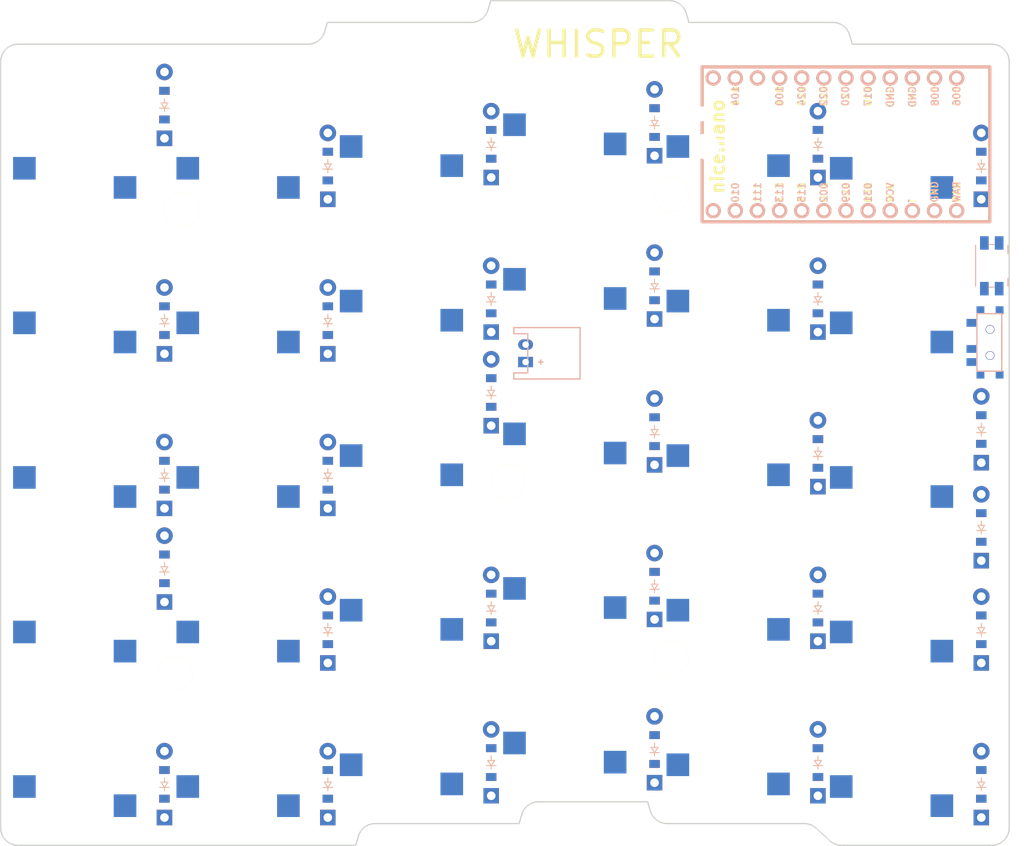
<source format=kicad_pcb>


(kicad_pcb (version 20171130) (host pcbnew 5.1.6)

  (page A3)
  (title_block
    (title "left")
    (rev "v1.0.0")
    (company "Unknown")
  )

  (general
    (thickness 1.6)
  )

  (layers
    (0 F.Cu signal)
    (31 B.Cu signal)
    (32 B.Adhes user)
    (33 F.Adhes user)
    (34 B.Paste user)
    (35 F.Paste user)
    (36 B.SilkS user)
    (37 F.SilkS user)
    (38 B.Mask user)
    (39 F.Mask user)
    (40 Dwgs.User user)
    (41 Cmts.User user)
    (42 Eco1.User user)
    (43 Eco2.User user)
    (44 Edge.Cuts user)
    (45 Margin user)
    (46 B.CrtYd user)
    (47 F.CrtYd user)
    (48 B.Fab user)
    (49 F.Fab user)
  )

  (setup
    (last_trace_width 0.25)
    (trace_clearance 0.2)
    (zone_clearance 0.508)
    (zone_45_only no)
    (trace_min 0.2)
    (via_size 0.8)
    (via_drill 0.4)
    (via_min_size 0.4)
    (via_min_drill 0.3)
    (uvia_size 0.3)
    (uvia_drill 0.1)
    (uvias_allowed no)
    (uvia_min_size 0.2)
    (uvia_min_drill 0.1)
    (edge_width 0.05)
    (segment_width 0.2)
    (pcb_text_width 0.3)
    (pcb_text_size 1.5 1.5)
    (mod_edge_width 0.12)
    (mod_text_size 1 1)
    (mod_text_width 0.15)
    (pad_size 1.524 1.524)
    (pad_drill 0.762)
    (pad_to_mask_clearance 0.05)
    (aux_axis_origin 0 0)
    (visible_elements FFFFFF7F)
    (pcbplotparams
      (layerselection 0x010fc_ffffffff)
      (usegerberextensions false)
      (usegerberattributes true)
      (usegerberadvancedattributes true)
      (creategerberjobfile true)
      (excludeedgelayer true)
      (linewidth 0.100000)
      (plotframeref false)
      (viasonmask false)
      (mode 1)
      (useauxorigin false)
      (hpglpennumber 1)
      (hpglpenspeed 20)
      (hpglpendiameter 15.000000)
      (psnegative false)
      (psa4output false)
      (plotreference true)
      (plotvalue true)
      (plotinvisibletext false)
      (padsonsilk false)
      (subtractmaskfromsilk false)
      (outputformat 1)
      (mirror false)
      (drillshape 1)
      (scaleselection 1)
      (outputdirectory ""))
  )

  (net 0 "")
(net 1 "P020")
(net 2 "first_mod")
(net 3 "first_bottom")
(net 4 "first_home")
(net 5 "first_top")
(net 6 "first_num")
(net 7 "P022")
(net 8 "second_mod")
(net 9 "second_bottom")
(net 10 "second_home")
(net 11 "second_top")
(net 12 "second_num")
(net 13 "P024")
(net 14 "third_mod")
(net 15 "third_bottom")
(net 16 "third_home")
(net 17 "third_top")
(net 18 "third_num")
(net 19 "P100")
(net 20 "fourth_mod")
(net 21 "fourth_bottom")
(net 22 "fourth_home")
(net 23 "fourth_top")
(net 24 "fourth_num")
(net 25 "P011")
(net 26 "fifth_mod")
(net 27 "fifth_bottom")
(net 28 "fifth_home")
(net 29 "fifth_top")
(net 30 "fifth_num")
(net 31 "P017")
(net 32 "sixth_mod")
(net 33 "sixth_bottom")
(net 34 "sixth_home")
(net 35 "sixth_top")
(net 36 "sixth_num")
(net 37 "P113")
(net 38 "P002")
(net 39 "P029")
(net 40 "P115")
(net 41 "P031")
(net 42 "RAW")
(net 43 "GND")
(net 44 "RST")
(net 45 "VCC")
(net 46 "P111")
(net 47 "P010")
(net 48 "P009")
(net 49 "P006")
(net 50 "P008")
(net 51 "P104")
(net 52 "P106")
(net 53 "pos")

  (net_class Default "This is the default net class."
    (clearance 0.2)
    (trace_width 0.25)
    (via_dia 0.8)
    (via_drill 0.4)
    (uvia_dia 0.3)
    (uvia_drill 0.1)
    (add_net "")
(add_net "P020")
(add_net "first_mod")
(add_net "first_bottom")
(add_net "first_home")
(add_net "first_top")
(add_net "first_num")
(add_net "P022")
(add_net "second_mod")
(add_net "second_bottom")
(add_net "second_home")
(add_net "second_top")
(add_net "second_num")
(add_net "P024")
(add_net "third_mod")
(add_net "third_bottom")
(add_net "third_home")
(add_net "third_top")
(add_net "third_num")
(add_net "P100")
(add_net "fourth_mod")
(add_net "fourth_bottom")
(add_net "fourth_home")
(add_net "fourth_top")
(add_net "fourth_num")
(add_net "P011")
(add_net "fifth_mod")
(add_net "fifth_bottom")
(add_net "fifth_home")
(add_net "fifth_top")
(add_net "fifth_num")
(add_net "P017")
(add_net "sixth_mod")
(add_net "sixth_bottom")
(add_net "sixth_home")
(add_net "sixth_top")
(add_net "sixth_num")
(add_net "P113")
(add_net "P002")
(add_net "P029")
(add_net "P115")
(add_net "P031")
(add_net "RAW")
(add_net "GND")
(add_net "RST")
(add_net "VCC")
(add_net "P111")
(add_net "P010")
(add_net "P009")
(add_net "P006")
(add_net "P008")
(add_net "P104")
(add_net "P106")
(add_net "pos")
  )

  
        
      (module PG1350 (layer F.Cu) (tedit 5DD50112)
      (at 100 150 180)

      
      (fp_text reference "S1" (at 0 0) (layer F.SilkS) hide (effects (font (size 1.27 1.27) (thickness 0.15))))
      (fp_text value "" (at 0 0) (layer F.SilkS) hide (effects (font (size 1.27 1.27) (thickness 0.15))))

      
      (fp_line (start -7 -6) (end -7 -7) (layer Dwgs.User) (width 0.15))
      (fp_line (start -7 7) (end -6 7) (layer Dwgs.User) (width 0.15))
      (fp_line (start -6 -7) (end -7 -7) (layer Dwgs.User) (width 0.15))
      (fp_line (start -7 7) (end -7 6) (layer Dwgs.User) (width 0.15))
      (fp_line (start 7 6) (end 7 7) (layer Dwgs.User) (width 0.15))
      (fp_line (start 7 -7) (end 6 -7) (layer Dwgs.User) (width 0.15))
      (fp_line (start 6 7) (end 7 7) (layer Dwgs.User) (width 0.15))
      (fp_line (start 7 -7) (end 7 -6) (layer Dwgs.User) (width 0.15))      
      
      
      (pad "" np_thru_hole circle (at 0 0) (size 3.429 3.429) (drill 3.429) (layers *.Cu *.Mask))
        
      
      (pad "" np_thru_hole circle (at 5.5 0) (size 1.7018 1.7018) (drill 1.7018) (layers *.Cu *.Mask))
      (pad "" np_thru_hole circle (at -5.5 0) (size 1.7018 1.7018) (drill 1.7018) (layers *.Cu *.Mask))
      
        
      
      (fp_line (start -9 -8.5) (end 9 -8.5) (layer Dwgs.User) (width 0.15))
      (fp_line (start 9 -8.5) (end 9 8.5) (layer Dwgs.User) (width 0.15))
      (fp_line (start 9 8.5) (end -9 8.5) (layer Dwgs.User) (width 0.15))
      (fp_line (start -9 8.5) (end -9 -8.5) (layer Dwgs.User) (width 0.15))
      
        
          
          (pad "" np_thru_hole circle (at 5 -3.75) (size 3 3) (drill 3) (layers *.Cu *.Mask))
          (pad "" np_thru_hole circle (at 0 -5.95) (size 3 3) (drill 3) (layers *.Cu *.Mask))
      
          
          (pad 1 smd rect (at -3.275 -5.95 180) (size 2.6 2.6) (layers B.Cu B.Paste B.Mask)  (net 1 "P020"))
          (pad 2 smd rect (at 8.275 -3.75 180) (size 2.6 2.6) (layers B.Cu B.Paste B.Mask)  (net 2 "first_mod"))
        )
        

        
      (module PG1350 (layer F.Cu) (tedit 5DD50112)
      (at 100 132.25 180)

      
      (fp_text reference "S2" (at 0 0) (layer F.SilkS) hide (effects (font (size 1.27 1.27) (thickness 0.15))))
      (fp_text value "" (at 0 0) (layer F.SilkS) hide (effects (font (size 1.27 1.27) (thickness 0.15))))

      
      (fp_line (start -7 -6) (end -7 -7) (layer Dwgs.User) (width 0.15))
      (fp_line (start -7 7) (end -6 7) (layer Dwgs.User) (width 0.15))
      (fp_line (start -6 -7) (end -7 -7) (layer Dwgs.User) (width 0.15))
      (fp_line (start -7 7) (end -7 6) (layer Dwgs.User) (width 0.15))
      (fp_line (start 7 6) (end 7 7) (layer Dwgs.User) (width 0.15))
      (fp_line (start 7 -7) (end 6 -7) (layer Dwgs.User) (width 0.15))
      (fp_line (start 6 7) (end 7 7) (layer Dwgs.User) (width 0.15))
      (fp_line (start 7 -7) (end 7 -6) (layer Dwgs.User) (width 0.15))      
      
      
      (pad "" np_thru_hole circle (at 0 0) (size 3.429 3.429) (drill 3.429) (layers *.Cu *.Mask))
        
      
      (pad "" np_thru_hole circle (at 5.5 0) (size 1.7018 1.7018) (drill 1.7018) (layers *.Cu *.Mask))
      (pad "" np_thru_hole circle (at -5.5 0) (size 1.7018 1.7018) (drill 1.7018) (layers *.Cu *.Mask))
      
        
      
      (fp_line (start -9 -8.5) (end 9 -8.5) (layer Dwgs.User) (width 0.15))
      (fp_line (start 9 -8.5) (end 9 8.5) (layer Dwgs.User) (width 0.15))
      (fp_line (start 9 8.5) (end -9 8.5) (layer Dwgs.User) (width 0.15))
      (fp_line (start -9 8.5) (end -9 -8.5) (layer Dwgs.User) (width 0.15))
      
        
          
          (pad "" np_thru_hole circle (at 5 -3.75) (size 3 3) (drill 3) (layers *.Cu *.Mask))
          (pad "" np_thru_hole circle (at 0 -5.95) (size 3 3) (drill 3) (layers *.Cu *.Mask))
      
          
          (pad 1 smd rect (at -3.275 -5.95 180) (size 2.6 2.6) (layers B.Cu B.Paste B.Mask)  (net 1 "P020"))
          (pad 2 smd rect (at 8.275 -3.75 180) (size 2.6 2.6) (layers B.Cu B.Paste B.Mask)  (net 3 "first_bottom"))
        )
        

        
      (module PG1350 (layer F.Cu) (tedit 5DD50112)
      (at 100 114.5 180)

      
      (fp_text reference "S3" (at 0 0) (layer F.SilkS) hide (effects (font (size 1.27 1.27) (thickness 0.15))))
      (fp_text value "" (at 0 0) (layer F.SilkS) hide (effects (font (size 1.27 1.27) (thickness 0.15))))

      
      (fp_line (start -7 -6) (end -7 -7) (layer Dwgs.User) (width 0.15))
      (fp_line (start -7 7) (end -6 7) (layer Dwgs.User) (width 0.15))
      (fp_line (start -6 -7) (end -7 -7) (layer Dwgs.User) (width 0.15))
      (fp_line (start -7 7) (end -7 6) (layer Dwgs.User) (width 0.15))
      (fp_line (start 7 6) (end 7 7) (layer Dwgs.User) (width 0.15))
      (fp_line (start 7 -7) (end 6 -7) (layer Dwgs.User) (width 0.15))
      (fp_line (start 6 7) (end 7 7) (layer Dwgs.User) (width 0.15))
      (fp_line (start 7 -7) (end 7 -6) (layer Dwgs.User) (width 0.15))      
      
      
      (pad "" np_thru_hole circle (at 0 0) (size 3.429 3.429) (drill 3.429) (layers *.Cu *.Mask))
        
      
      (pad "" np_thru_hole circle (at 5.5 0) (size 1.7018 1.7018) (drill 1.7018) (layers *.Cu *.Mask))
      (pad "" np_thru_hole circle (at -5.5 0) (size 1.7018 1.7018) (drill 1.7018) (layers *.Cu *.Mask))
      
        
      
      (fp_line (start -9 -8.5) (end 9 -8.5) (layer Dwgs.User) (width 0.15))
      (fp_line (start 9 -8.5) (end 9 8.5) (layer Dwgs.User) (width 0.15))
      (fp_line (start 9 8.5) (end -9 8.5) (layer Dwgs.User) (width 0.15))
      (fp_line (start -9 8.5) (end -9 -8.5) (layer Dwgs.User) (width 0.15))
      
        
          
          (pad "" np_thru_hole circle (at 5 -3.75) (size 3 3) (drill 3) (layers *.Cu *.Mask))
          (pad "" np_thru_hole circle (at 0 -5.95) (size 3 3) (drill 3) (layers *.Cu *.Mask))
      
          
          (pad 1 smd rect (at -3.275 -5.95 180) (size 2.6 2.6) (layers B.Cu B.Paste B.Mask)  (net 1 "P020"))
          (pad 2 smd rect (at 8.275 -3.75 180) (size 2.6 2.6) (layers B.Cu B.Paste B.Mask)  (net 4 "first_home"))
        )
        

        
      (module PG1350 (layer F.Cu) (tedit 5DD50112)
      (at 100 96.75 180)

      
      (fp_text reference "S4" (at 0 0) (layer F.SilkS) hide (effects (font (size 1.27 1.27) (thickness 0.15))))
      (fp_text value "" (at 0 0) (layer F.SilkS) hide (effects (font (size 1.27 1.27) (thickness 0.15))))

      
      (fp_line (start -7 -6) (end -7 -7) (layer Dwgs.User) (width 0.15))
      (fp_line (start -7 7) (end -6 7) (layer Dwgs.User) (width 0.15))
      (fp_line (start -6 -7) (end -7 -7) (layer Dwgs.User) (width 0.15))
      (fp_line (start -7 7) (end -7 6) (layer Dwgs.User) (width 0.15))
      (fp_line (start 7 6) (end 7 7) (layer Dwgs.User) (width 0.15))
      (fp_line (start 7 -7) (end 6 -7) (layer Dwgs.User) (width 0.15))
      (fp_line (start 6 7) (end 7 7) (layer Dwgs.User) (width 0.15))
      (fp_line (start 7 -7) (end 7 -6) (layer Dwgs.User) (width 0.15))      
      
      
      (pad "" np_thru_hole circle (at 0 0) (size 3.429 3.429) (drill 3.429) (layers *.Cu *.Mask))
        
      
      (pad "" np_thru_hole circle (at 5.5 0) (size 1.7018 1.7018) (drill 1.7018) (layers *.Cu *.Mask))
      (pad "" np_thru_hole circle (at -5.5 0) (size 1.7018 1.7018) (drill 1.7018) (layers *.Cu *.Mask))
      
        
      
      (fp_line (start -9 -8.5) (end 9 -8.5) (layer Dwgs.User) (width 0.15))
      (fp_line (start 9 -8.5) (end 9 8.5) (layer Dwgs.User) (width 0.15))
      (fp_line (start 9 8.5) (end -9 8.5) (layer Dwgs.User) (width 0.15))
      (fp_line (start -9 8.5) (end -9 -8.5) (layer Dwgs.User) (width 0.15))
      
        
          
          (pad "" np_thru_hole circle (at 5 -3.75) (size 3 3) (drill 3) (layers *.Cu *.Mask))
          (pad "" np_thru_hole circle (at 0 -5.95) (size 3 3) (drill 3) (layers *.Cu *.Mask))
      
          
          (pad 1 smd rect (at -3.275 -5.95 180) (size 2.6 2.6) (layers B.Cu B.Paste B.Mask)  (net 1 "P020"))
          (pad 2 smd rect (at 8.275 -3.75 180) (size 2.6 2.6) (layers B.Cu B.Paste B.Mask)  (net 5 "first_top"))
        )
        

        
      (module PG1350 (layer F.Cu) (tedit 5DD50112)
      (at 100 79 180)

      
      (fp_text reference "S5" (at 0 0) (layer F.SilkS) hide (effects (font (size 1.27 1.27) (thickness 0.15))))
      (fp_text value "" (at 0 0) (layer F.SilkS) hide (effects (font (size 1.27 1.27) (thickness 0.15))))

      
      (fp_line (start -7 -6) (end -7 -7) (layer Dwgs.User) (width 0.15))
      (fp_line (start -7 7) (end -6 7) (layer Dwgs.User) (width 0.15))
      (fp_line (start -6 -7) (end -7 -7) (layer Dwgs.User) (width 0.15))
      (fp_line (start -7 7) (end -7 6) (layer Dwgs.User) (width 0.15))
      (fp_line (start 7 6) (end 7 7) (layer Dwgs.User) (width 0.15))
      (fp_line (start 7 -7) (end 6 -7) (layer Dwgs.User) (width 0.15))
      (fp_line (start 6 7) (end 7 7) (layer Dwgs.User) (width 0.15))
      (fp_line (start 7 -7) (end 7 -6) (layer Dwgs.User) (width 0.15))      
      
      
      (pad "" np_thru_hole circle (at 0 0) (size 3.429 3.429) (drill 3.429) (layers *.Cu *.Mask))
        
      
      (pad "" np_thru_hole circle (at 5.5 0) (size 1.7018 1.7018) (drill 1.7018) (layers *.Cu *.Mask))
      (pad "" np_thru_hole circle (at -5.5 0) (size 1.7018 1.7018) (drill 1.7018) (layers *.Cu *.Mask))
      
        
      
      (fp_line (start -9 -8.5) (end 9 -8.5) (layer Dwgs.User) (width 0.15))
      (fp_line (start 9 -8.5) (end 9 8.5) (layer Dwgs.User) (width 0.15))
      (fp_line (start 9 8.5) (end -9 8.5) (layer Dwgs.User) (width 0.15))
      (fp_line (start -9 8.5) (end -9 -8.5) (layer Dwgs.User) (width 0.15))
      
        
          
          (pad "" np_thru_hole circle (at 5 -3.75) (size 3 3) (drill 3) (layers *.Cu *.Mask))
          (pad "" np_thru_hole circle (at 0 -5.95) (size 3 3) (drill 3) (layers *.Cu *.Mask))
      
          
          (pad 1 smd rect (at -3.275 -5.95 180) (size 2.6 2.6) (layers B.Cu B.Paste B.Mask)  (net 1 "P020"))
          (pad 2 smd rect (at 8.275 -3.75 180) (size 2.6 2.6) (layers B.Cu B.Paste B.Mask)  (net 6 "first_num"))
        )
        

        
      (module PG1350 (layer F.Cu) (tedit 5DD50112)
      (at 118.75 150 180)

      
      (fp_text reference "S6" (at 0 0) (layer F.SilkS) hide (effects (font (size 1.27 1.27) (thickness 0.15))))
      (fp_text value "" (at 0 0) (layer F.SilkS) hide (effects (font (size 1.27 1.27) (thickness 0.15))))

      
      (fp_line (start -7 -6) (end -7 -7) (layer Dwgs.User) (width 0.15))
      (fp_line (start -7 7) (end -6 7) (layer Dwgs.User) (width 0.15))
      (fp_line (start -6 -7) (end -7 -7) (layer Dwgs.User) (width 0.15))
      (fp_line (start -7 7) (end -7 6) (layer Dwgs.User) (width 0.15))
      (fp_line (start 7 6) (end 7 7) (layer Dwgs.User) (width 0.15))
      (fp_line (start 7 -7) (end 6 -7) (layer Dwgs.User) (width 0.15))
      (fp_line (start 6 7) (end 7 7) (layer Dwgs.User) (width 0.15))
      (fp_line (start 7 -7) (end 7 -6) (layer Dwgs.User) (width 0.15))      
      
      
      (pad "" np_thru_hole circle (at 0 0) (size 3.429 3.429) (drill 3.429) (layers *.Cu *.Mask))
        
      
      (pad "" np_thru_hole circle (at 5.5 0) (size 1.7018 1.7018) (drill 1.7018) (layers *.Cu *.Mask))
      (pad "" np_thru_hole circle (at -5.5 0) (size 1.7018 1.7018) (drill 1.7018) (layers *.Cu *.Mask))
      
        
      
      (fp_line (start -9 -8.5) (end 9 -8.5) (layer Dwgs.User) (width 0.15))
      (fp_line (start 9 -8.5) (end 9 8.5) (layer Dwgs.User) (width 0.15))
      (fp_line (start 9 8.5) (end -9 8.5) (layer Dwgs.User) (width 0.15))
      (fp_line (start -9 8.5) (end -9 -8.5) (layer Dwgs.User) (width 0.15))
      
        
          
          (pad "" np_thru_hole circle (at 5 -3.75) (size 3 3) (drill 3) (layers *.Cu *.Mask))
          (pad "" np_thru_hole circle (at 0 -5.95) (size 3 3) (drill 3) (layers *.Cu *.Mask))
      
          
          (pad 1 smd rect (at -3.275 -5.95 180) (size 2.6 2.6) (layers B.Cu B.Paste B.Mask)  (net 7 "P022"))
          (pad 2 smd rect (at 8.275 -3.75 180) (size 2.6 2.6) (layers B.Cu B.Paste B.Mask)  (net 8 "second_mod"))
        )
        

        
      (module PG1350 (layer F.Cu) (tedit 5DD50112)
      (at 118.75 132.25 180)

      
      (fp_text reference "S7" (at 0 0) (layer F.SilkS) hide (effects (font (size 1.27 1.27) (thickness 0.15))))
      (fp_text value "" (at 0 0) (layer F.SilkS) hide (effects (font (size 1.27 1.27) (thickness 0.15))))

      
      (fp_line (start -7 -6) (end -7 -7) (layer Dwgs.User) (width 0.15))
      (fp_line (start -7 7) (end -6 7) (layer Dwgs.User) (width 0.15))
      (fp_line (start -6 -7) (end -7 -7) (layer Dwgs.User) (width 0.15))
      (fp_line (start -7 7) (end -7 6) (layer Dwgs.User) (width 0.15))
      (fp_line (start 7 6) (end 7 7) (layer Dwgs.User) (width 0.15))
      (fp_line (start 7 -7) (end 6 -7) (layer Dwgs.User) (width 0.15))
      (fp_line (start 6 7) (end 7 7) (layer Dwgs.User) (width 0.15))
      (fp_line (start 7 -7) (end 7 -6) (layer Dwgs.User) (width 0.15))      
      
      
      (pad "" np_thru_hole circle (at 0 0) (size 3.429 3.429) (drill 3.429) (layers *.Cu *.Mask))
        
      
      (pad "" np_thru_hole circle (at 5.5 0) (size 1.7018 1.7018) (drill 1.7018) (layers *.Cu *.Mask))
      (pad "" np_thru_hole circle (at -5.5 0) (size 1.7018 1.7018) (drill 1.7018) (layers *.Cu *.Mask))
      
        
      
      (fp_line (start -9 -8.5) (end 9 -8.5) (layer Dwgs.User) (width 0.15))
      (fp_line (start 9 -8.5) (end 9 8.5) (layer Dwgs.User) (width 0.15))
      (fp_line (start 9 8.5) (end -9 8.5) (layer Dwgs.User) (width 0.15))
      (fp_line (start -9 8.5) (end -9 -8.5) (layer Dwgs.User) (width 0.15))
      
        
          
          (pad "" np_thru_hole circle (at 5 -3.75) (size 3 3) (drill 3) (layers *.Cu *.Mask))
          (pad "" np_thru_hole circle (at 0 -5.95) (size 3 3) (drill 3) (layers *.Cu *.Mask))
      
          
          (pad 1 smd rect (at -3.275 -5.95 180) (size 2.6 2.6) (layers B.Cu B.Paste B.Mask)  (net 7 "P022"))
          (pad 2 smd rect (at 8.275 -3.75 180) (size 2.6 2.6) (layers B.Cu B.Paste B.Mask)  (net 9 "second_bottom"))
        )
        

        
      (module PG1350 (layer F.Cu) (tedit 5DD50112)
      (at 118.75 114.5 180)

      
      (fp_text reference "S8" (at 0 0) (layer F.SilkS) hide (effects (font (size 1.27 1.27) (thickness 0.15))))
      (fp_text value "" (at 0 0) (layer F.SilkS) hide (effects (font (size 1.27 1.27) (thickness 0.15))))

      
      (fp_line (start -7 -6) (end -7 -7) (layer Dwgs.User) (width 0.15))
      (fp_line (start -7 7) (end -6 7) (layer Dwgs.User) (width 0.15))
      (fp_line (start -6 -7) (end -7 -7) (layer Dwgs.User) (width 0.15))
      (fp_line (start -7 7) (end -7 6) (layer Dwgs.User) (width 0.15))
      (fp_line (start 7 6) (end 7 7) (layer Dwgs.User) (width 0.15))
      (fp_line (start 7 -7) (end 6 -7) (layer Dwgs.User) (width 0.15))
      (fp_line (start 6 7) (end 7 7) (layer Dwgs.User) (width 0.15))
      (fp_line (start 7 -7) (end 7 -6) (layer Dwgs.User) (width 0.15))      
      
      
      (pad "" np_thru_hole circle (at 0 0) (size 3.429 3.429) (drill 3.429) (layers *.Cu *.Mask))
        
      
      (pad "" np_thru_hole circle (at 5.5 0) (size 1.7018 1.7018) (drill 1.7018) (layers *.Cu *.Mask))
      (pad "" np_thru_hole circle (at -5.5 0) (size 1.7018 1.7018) (drill 1.7018) (layers *.Cu *.Mask))
      
        
      
      (fp_line (start -9 -8.5) (end 9 -8.5) (layer Dwgs.User) (width 0.15))
      (fp_line (start 9 -8.5) (end 9 8.5) (layer Dwgs.User) (width 0.15))
      (fp_line (start 9 8.5) (end -9 8.5) (layer Dwgs.User) (width 0.15))
      (fp_line (start -9 8.5) (end -9 -8.5) (layer Dwgs.User) (width 0.15))
      
        
          
          (pad "" np_thru_hole circle (at 5 -3.75) (size 3 3) (drill 3) (layers *.Cu *.Mask))
          (pad "" np_thru_hole circle (at 0 -5.95) (size 3 3) (drill 3) (layers *.Cu *.Mask))
      
          
          (pad 1 smd rect (at -3.275 -5.95 180) (size 2.6 2.6) (layers B.Cu B.Paste B.Mask)  (net 7 "P022"))
          (pad 2 smd rect (at 8.275 -3.75 180) (size 2.6 2.6) (layers B.Cu B.Paste B.Mask)  (net 10 "second_home"))
        )
        

        
      (module PG1350 (layer F.Cu) (tedit 5DD50112)
      (at 118.75 96.75 180)

      
      (fp_text reference "S9" (at 0 0) (layer F.SilkS) hide (effects (font (size 1.27 1.27) (thickness 0.15))))
      (fp_text value "" (at 0 0) (layer F.SilkS) hide (effects (font (size 1.27 1.27) (thickness 0.15))))

      
      (fp_line (start -7 -6) (end -7 -7) (layer Dwgs.User) (width 0.15))
      (fp_line (start -7 7) (end -6 7) (layer Dwgs.User) (width 0.15))
      (fp_line (start -6 -7) (end -7 -7) (layer Dwgs.User) (width 0.15))
      (fp_line (start -7 7) (end -7 6) (layer Dwgs.User) (width 0.15))
      (fp_line (start 7 6) (end 7 7) (layer Dwgs.User) (width 0.15))
      (fp_line (start 7 -7) (end 6 -7) (layer Dwgs.User) (width 0.15))
      (fp_line (start 6 7) (end 7 7) (layer Dwgs.User) (width 0.15))
      (fp_line (start 7 -7) (end 7 -6) (layer Dwgs.User) (width 0.15))      
      
      
      (pad "" np_thru_hole circle (at 0 0) (size 3.429 3.429) (drill 3.429) (layers *.Cu *.Mask))
        
      
      (pad "" np_thru_hole circle (at 5.5 0) (size 1.7018 1.7018) (drill 1.7018) (layers *.Cu *.Mask))
      (pad "" np_thru_hole circle (at -5.5 0) (size 1.7018 1.7018) (drill 1.7018) (layers *.Cu *.Mask))
      
        
      
      (fp_line (start -9 -8.5) (end 9 -8.5) (layer Dwgs.User) (width 0.15))
      (fp_line (start 9 -8.5) (end 9 8.5) (layer Dwgs.User) (width 0.15))
      (fp_line (start 9 8.5) (end -9 8.5) (layer Dwgs.User) (width 0.15))
      (fp_line (start -9 8.5) (end -9 -8.5) (layer Dwgs.User) (width 0.15))
      
        
          
          (pad "" np_thru_hole circle (at 5 -3.75) (size 3 3) (drill 3) (layers *.Cu *.Mask))
          (pad "" np_thru_hole circle (at 0 -5.95) (size 3 3) (drill 3) (layers *.Cu *.Mask))
      
          
          (pad 1 smd rect (at -3.275 -5.95 180) (size 2.6 2.6) (layers B.Cu B.Paste B.Mask)  (net 7 "P022"))
          (pad 2 smd rect (at 8.275 -3.75 180) (size 2.6 2.6) (layers B.Cu B.Paste B.Mask)  (net 11 "second_top"))
        )
        

        
      (module PG1350 (layer F.Cu) (tedit 5DD50112)
      (at 118.75 79 180)

      
      (fp_text reference "S10" (at 0 0) (layer F.SilkS) hide (effects (font (size 1.27 1.27) (thickness 0.15))))
      (fp_text value "" (at 0 0) (layer F.SilkS) hide (effects (font (size 1.27 1.27) (thickness 0.15))))

      
      (fp_line (start -7 -6) (end -7 -7) (layer Dwgs.User) (width 0.15))
      (fp_line (start -7 7) (end -6 7) (layer Dwgs.User) (width 0.15))
      (fp_line (start -6 -7) (end -7 -7) (layer Dwgs.User) (width 0.15))
      (fp_line (start -7 7) (end -7 6) (layer Dwgs.User) (width 0.15))
      (fp_line (start 7 6) (end 7 7) (layer Dwgs.User) (width 0.15))
      (fp_line (start 7 -7) (end 6 -7) (layer Dwgs.User) (width 0.15))
      (fp_line (start 6 7) (end 7 7) (layer Dwgs.User) (width 0.15))
      (fp_line (start 7 -7) (end 7 -6) (layer Dwgs.User) (width 0.15))      
      
      
      (pad "" np_thru_hole circle (at 0 0) (size 3.429 3.429) (drill 3.429) (layers *.Cu *.Mask))
        
      
      (pad "" np_thru_hole circle (at 5.5 0) (size 1.7018 1.7018) (drill 1.7018) (layers *.Cu *.Mask))
      (pad "" np_thru_hole circle (at -5.5 0) (size 1.7018 1.7018) (drill 1.7018) (layers *.Cu *.Mask))
      
        
      
      (fp_line (start -9 -8.5) (end 9 -8.5) (layer Dwgs.User) (width 0.15))
      (fp_line (start 9 -8.5) (end 9 8.5) (layer Dwgs.User) (width 0.15))
      (fp_line (start 9 8.5) (end -9 8.5) (layer Dwgs.User) (width 0.15))
      (fp_line (start -9 8.5) (end -9 -8.5) (layer Dwgs.User) (width 0.15))
      
        
          
          (pad "" np_thru_hole circle (at 5 -3.75) (size 3 3) (drill 3) (layers *.Cu *.Mask))
          (pad "" np_thru_hole circle (at 0 -5.95) (size 3 3) (drill 3) (layers *.Cu *.Mask))
      
          
          (pad 1 smd rect (at -3.275 -5.95 180) (size 2.6 2.6) (layers B.Cu B.Paste B.Mask)  (net 7 "P022"))
          (pad 2 smd rect (at 8.275 -3.75 180) (size 2.6 2.6) (layers B.Cu B.Paste B.Mask)  (net 12 "second_num"))
        )
        

        
      (module PG1350 (layer F.Cu) (tedit 5DD50112)
      (at 137.5 147.5 180)

      
      (fp_text reference "S11" (at 0 0) (layer F.SilkS) hide (effects (font (size 1.27 1.27) (thickness 0.15))))
      (fp_text value "" (at 0 0) (layer F.SilkS) hide (effects (font (size 1.27 1.27) (thickness 0.15))))

      
      (fp_line (start -7 -6) (end -7 -7) (layer Dwgs.User) (width 0.15))
      (fp_line (start -7 7) (end -6 7) (layer Dwgs.User) (width 0.15))
      (fp_line (start -6 -7) (end -7 -7) (layer Dwgs.User) (width 0.15))
      (fp_line (start -7 7) (end -7 6) (layer Dwgs.User) (width 0.15))
      (fp_line (start 7 6) (end 7 7) (layer Dwgs.User) (width 0.15))
      (fp_line (start 7 -7) (end 6 -7) (layer Dwgs.User) (width 0.15))
      (fp_line (start 6 7) (end 7 7) (layer Dwgs.User) (width 0.15))
      (fp_line (start 7 -7) (end 7 -6) (layer Dwgs.User) (width 0.15))      
      
      
      (pad "" np_thru_hole circle (at 0 0) (size 3.429 3.429) (drill 3.429) (layers *.Cu *.Mask))
        
      
      (pad "" np_thru_hole circle (at 5.5 0) (size 1.7018 1.7018) (drill 1.7018) (layers *.Cu *.Mask))
      (pad "" np_thru_hole circle (at -5.5 0) (size 1.7018 1.7018) (drill 1.7018) (layers *.Cu *.Mask))
      
        
      
      (fp_line (start -9 -8.5) (end 9 -8.5) (layer Dwgs.User) (width 0.15))
      (fp_line (start 9 -8.5) (end 9 8.5) (layer Dwgs.User) (width 0.15))
      (fp_line (start 9 8.5) (end -9 8.5) (layer Dwgs.User) (width 0.15))
      (fp_line (start -9 8.5) (end -9 -8.5) (layer Dwgs.User) (width 0.15))
      
        
          
          (pad "" np_thru_hole circle (at 5 -3.75) (size 3 3) (drill 3) (layers *.Cu *.Mask))
          (pad "" np_thru_hole circle (at 0 -5.95) (size 3 3) (drill 3) (layers *.Cu *.Mask))
      
          
          (pad 1 smd rect (at -3.275 -5.95 180) (size 2.6 2.6) (layers B.Cu B.Paste B.Mask)  (net 13 "P024"))
          (pad 2 smd rect (at 8.275 -3.75 180) (size 2.6 2.6) (layers B.Cu B.Paste B.Mask)  (net 14 "third_mod"))
        )
        

        
      (module PG1350 (layer F.Cu) (tedit 5DD50112)
      (at 137.5 129.75 180)

      
      (fp_text reference "S12" (at 0 0) (layer F.SilkS) hide (effects (font (size 1.27 1.27) (thickness 0.15))))
      (fp_text value "" (at 0 0) (layer F.SilkS) hide (effects (font (size 1.27 1.27) (thickness 0.15))))

      
      (fp_line (start -7 -6) (end -7 -7) (layer Dwgs.User) (width 0.15))
      (fp_line (start -7 7) (end -6 7) (layer Dwgs.User) (width 0.15))
      (fp_line (start -6 -7) (end -7 -7) (layer Dwgs.User) (width 0.15))
      (fp_line (start -7 7) (end -7 6) (layer Dwgs.User) (width 0.15))
      (fp_line (start 7 6) (end 7 7) (layer Dwgs.User) (width 0.15))
      (fp_line (start 7 -7) (end 6 -7) (layer Dwgs.User) (width 0.15))
      (fp_line (start 6 7) (end 7 7) (layer Dwgs.User) (width 0.15))
      (fp_line (start 7 -7) (end 7 -6) (layer Dwgs.User) (width 0.15))      
      
      
      (pad "" np_thru_hole circle (at 0 0) (size 3.429 3.429) (drill 3.429) (layers *.Cu *.Mask))
        
      
      (pad "" np_thru_hole circle (at 5.5 0) (size 1.7018 1.7018) (drill 1.7018) (layers *.Cu *.Mask))
      (pad "" np_thru_hole circle (at -5.5 0) (size 1.7018 1.7018) (drill 1.7018) (layers *.Cu *.Mask))
      
        
      
      (fp_line (start -9 -8.5) (end 9 -8.5) (layer Dwgs.User) (width 0.15))
      (fp_line (start 9 -8.5) (end 9 8.5) (layer Dwgs.User) (width 0.15))
      (fp_line (start 9 8.5) (end -9 8.5) (layer Dwgs.User) (width 0.15))
      (fp_line (start -9 8.5) (end -9 -8.5) (layer Dwgs.User) (width 0.15))
      
        
          
          (pad "" np_thru_hole circle (at 5 -3.75) (size 3 3) (drill 3) (layers *.Cu *.Mask))
          (pad "" np_thru_hole circle (at 0 -5.95) (size 3 3) (drill 3) (layers *.Cu *.Mask))
      
          
          (pad 1 smd rect (at -3.275 -5.95 180) (size 2.6 2.6) (layers B.Cu B.Paste B.Mask)  (net 13 "P024"))
          (pad 2 smd rect (at 8.275 -3.75 180) (size 2.6 2.6) (layers B.Cu B.Paste B.Mask)  (net 15 "third_bottom"))
        )
        

        
      (module PG1350 (layer F.Cu) (tedit 5DD50112)
      (at 137.5 112 180)

      
      (fp_text reference "S13" (at 0 0) (layer F.SilkS) hide (effects (font (size 1.27 1.27) (thickness 0.15))))
      (fp_text value "" (at 0 0) (layer F.SilkS) hide (effects (font (size 1.27 1.27) (thickness 0.15))))

      
      (fp_line (start -7 -6) (end -7 -7) (layer Dwgs.User) (width 0.15))
      (fp_line (start -7 7) (end -6 7) (layer Dwgs.User) (width 0.15))
      (fp_line (start -6 -7) (end -7 -7) (layer Dwgs.User) (width 0.15))
      (fp_line (start -7 7) (end -7 6) (layer Dwgs.User) (width 0.15))
      (fp_line (start 7 6) (end 7 7) (layer Dwgs.User) (width 0.15))
      (fp_line (start 7 -7) (end 6 -7) (layer Dwgs.User) (width 0.15))
      (fp_line (start 6 7) (end 7 7) (layer Dwgs.User) (width 0.15))
      (fp_line (start 7 -7) (end 7 -6) (layer Dwgs.User) (width 0.15))      
      
      
      (pad "" np_thru_hole circle (at 0 0) (size 3.429 3.429) (drill 3.429) (layers *.Cu *.Mask))
        
      
      (pad "" np_thru_hole circle (at 5.5 0) (size 1.7018 1.7018) (drill 1.7018) (layers *.Cu *.Mask))
      (pad "" np_thru_hole circle (at -5.5 0) (size 1.7018 1.7018) (drill 1.7018) (layers *.Cu *.Mask))
      
        
      
      (fp_line (start -9 -8.5) (end 9 -8.5) (layer Dwgs.User) (width 0.15))
      (fp_line (start 9 -8.5) (end 9 8.5) (layer Dwgs.User) (width 0.15))
      (fp_line (start 9 8.5) (end -9 8.5) (layer Dwgs.User) (width 0.15))
      (fp_line (start -9 8.5) (end -9 -8.5) (layer Dwgs.User) (width 0.15))
      
        
          
          (pad "" np_thru_hole circle (at 5 -3.75) (size 3 3) (drill 3) (layers *.Cu *.Mask))
          (pad "" np_thru_hole circle (at 0 -5.95) (size 3 3) (drill 3) (layers *.Cu *.Mask))
      
          
          (pad 1 smd rect (at -3.275 -5.95 180) (size 2.6 2.6) (layers B.Cu B.Paste B.Mask)  (net 13 "P024"))
          (pad 2 smd rect (at 8.275 -3.75 180) (size 2.6 2.6) (layers B.Cu B.Paste B.Mask)  (net 16 "third_home"))
        )
        

        
      (module PG1350 (layer F.Cu) (tedit 5DD50112)
      (at 137.5 94.25 180)

      
      (fp_text reference "S14" (at 0 0) (layer F.SilkS) hide (effects (font (size 1.27 1.27) (thickness 0.15))))
      (fp_text value "" (at 0 0) (layer F.SilkS) hide (effects (font (size 1.27 1.27) (thickness 0.15))))

      
      (fp_line (start -7 -6) (end -7 -7) (layer Dwgs.User) (width 0.15))
      (fp_line (start -7 7) (end -6 7) (layer Dwgs.User) (width 0.15))
      (fp_line (start -6 -7) (end -7 -7) (layer Dwgs.User) (width 0.15))
      (fp_line (start -7 7) (end -7 6) (layer Dwgs.User) (width 0.15))
      (fp_line (start 7 6) (end 7 7) (layer Dwgs.User) (width 0.15))
      (fp_line (start 7 -7) (end 6 -7) (layer Dwgs.User) (width 0.15))
      (fp_line (start 6 7) (end 7 7) (layer Dwgs.User) (width 0.15))
      (fp_line (start 7 -7) (end 7 -6) (layer Dwgs.User) (width 0.15))      
      
      
      (pad "" np_thru_hole circle (at 0 0) (size 3.429 3.429) (drill 3.429) (layers *.Cu *.Mask))
        
      
      (pad "" np_thru_hole circle (at 5.5 0) (size 1.7018 1.7018) (drill 1.7018) (layers *.Cu *.Mask))
      (pad "" np_thru_hole circle (at -5.5 0) (size 1.7018 1.7018) (drill 1.7018) (layers *.Cu *.Mask))
      
        
      
      (fp_line (start -9 -8.5) (end 9 -8.5) (layer Dwgs.User) (width 0.15))
      (fp_line (start 9 -8.5) (end 9 8.5) (layer Dwgs.User) (width 0.15))
      (fp_line (start 9 8.5) (end -9 8.5) (layer Dwgs.User) (width 0.15))
      (fp_line (start -9 8.5) (end -9 -8.5) (layer Dwgs.User) (width 0.15))
      
        
          
          (pad "" np_thru_hole circle (at 5 -3.75) (size 3 3) (drill 3) (layers *.Cu *.Mask))
          (pad "" np_thru_hole circle (at 0 -5.95) (size 3 3) (drill 3) (layers *.Cu *.Mask))
      
          
          (pad 1 smd rect (at -3.275 -5.95 180) (size 2.6 2.6) (layers B.Cu B.Paste B.Mask)  (net 13 "P024"))
          (pad 2 smd rect (at 8.275 -3.75 180) (size 2.6 2.6) (layers B.Cu B.Paste B.Mask)  (net 17 "third_top"))
        )
        

        
      (module PG1350 (layer F.Cu) (tedit 5DD50112)
      (at 137.5 76.5 180)

      
      (fp_text reference "S15" (at 0 0) (layer F.SilkS) hide (effects (font (size 1.27 1.27) (thickness 0.15))))
      (fp_text value "" (at 0 0) (layer F.SilkS) hide (effects (font (size 1.27 1.27) (thickness 0.15))))

      
      (fp_line (start -7 -6) (end -7 -7) (layer Dwgs.User) (width 0.15))
      (fp_line (start -7 7) (end -6 7) (layer Dwgs.User) (width 0.15))
      (fp_line (start -6 -7) (end -7 -7) (layer Dwgs.User) (width 0.15))
      (fp_line (start -7 7) (end -7 6) (layer Dwgs.User) (width 0.15))
      (fp_line (start 7 6) (end 7 7) (layer Dwgs.User) (width 0.15))
      (fp_line (start 7 -7) (end 6 -7) (layer Dwgs.User) (width 0.15))
      (fp_line (start 6 7) (end 7 7) (layer Dwgs.User) (width 0.15))
      (fp_line (start 7 -7) (end 7 -6) (layer Dwgs.User) (width 0.15))      
      
      
      (pad "" np_thru_hole circle (at 0 0) (size 3.429 3.429) (drill 3.429) (layers *.Cu *.Mask))
        
      
      (pad "" np_thru_hole circle (at 5.5 0) (size 1.7018 1.7018) (drill 1.7018) (layers *.Cu *.Mask))
      (pad "" np_thru_hole circle (at -5.5 0) (size 1.7018 1.7018) (drill 1.7018) (layers *.Cu *.Mask))
      
        
      
      (fp_line (start -9 -8.5) (end 9 -8.5) (layer Dwgs.User) (width 0.15))
      (fp_line (start 9 -8.5) (end 9 8.5) (layer Dwgs.User) (width 0.15))
      (fp_line (start 9 8.5) (end -9 8.5) (layer Dwgs.User) (width 0.15))
      (fp_line (start -9 8.5) (end -9 -8.5) (layer Dwgs.User) (width 0.15))
      
        
          
          (pad "" np_thru_hole circle (at 5 -3.75) (size 3 3) (drill 3) (layers *.Cu *.Mask))
          (pad "" np_thru_hole circle (at 0 -5.95) (size 3 3) (drill 3) (layers *.Cu *.Mask))
      
          
          (pad 1 smd rect (at -3.275 -5.95 180) (size 2.6 2.6) (layers B.Cu B.Paste B.Mask)  (net 13 "P024"))
          (pad 2 smd rect (at 8.275 -3.75 180) (size 2.6 2.6) (layers B.Cu B.Paste B.Mask)  (net 18 "third_num"))
        )
        

        
      (module PG1350 (layer F.Cu) (tedit 5DD50112)
      (at 156.25 145 180)

      
      (fp_text reference "S16" (at 0 0) (layer F.SilkS) hide (effects (font (size 1.27 1.27) (thickness 0.15))))
      (fp_text value "" (at 0 0) (layer F.SilkS) hide (effects (font (size 1.27 1.27) (thickness 0.15))))

      
      (fp_line (start -7 -6) (end -7 -7) (layer Dwgs.User) (width 0.15))
      (fp_line (start -7 7) (end -6 7) (layer Dwgs.User) (width 0.15))
      (fp_line (start -6 -7) (end -7 -7) (layer Dwgs.User) (width 0.15))
      (fp_line (start -7 7) (end -7 6) (layer Dwgs.User) (width 0.15))
      (fp_line (start 7 6) (end 7 7) (layer Dwgs.User) (width 0.15))
      (fp_line (start 7 -7) (end 6 -7) (layer Dwgs.User) (width 0.15))
      (fp_line (start 6 7) (end 7 7) (layer Dwgs.User) (width 0.15))
      (fp_line (start 7 -7) (end 7 -6) (layer Dwgs.User) (width 0.15))      
      
      
      (pad "" np_thru_hole circle (at 0 0) (size 3.429 3.429) (drill 3.429) (layers *.Cu *.Mask))
        
      
      (pad "" np_thru_hole circle (at 5.5 0) (size 1.7018 1.7018) (drill 1.7018) (layers *.Cu *.Mask))
      (pad "" np_thru_hole circle (at -5.5 0) (size 1.7018 1.7018) (drill 1.7018) (layers *.Cu *.Mask))
      
        
      
      (fp_line (start -9 -8.5) (end 9 -8.5) (layer Dwgs.User) (width 0.15))
      (fp_line (start 9 -8.5) (end 9 8.5) (layer Dwgs.User) (width 0.15))
      (fp_line (start 9 8.5) (end -9 8.5) (layer Dwgs.User) (width 0.15))
      (fp_line (start -9 8.5) (end -9 -8.5) (layer Dwgs.User) (width 0.15))
      
        
          
          (pad "" np_thru_hole circle (at 5 -3.75) (size 3 3) (drill 3) (layers *.Cu *.Mask))
          (pad "" np_thru_hole circle (at 0 -5.95) (size 3 3) (drill 3) (layers *.Cu *.Mask))
      
          
          (pad 1 smd rect (at -3.275 -5.95 180) (size 2.6 2.6) (layers B.Cu B.Paste B.Mask)  (net 19 "P100"))
          (pad 2 smd rect (at 8.275 -3.75 180) (size 2.6 2.6) (layers B.Cu B.Paste B.Mask)  (net 20 "fourth_mod"))
        )
        

        
      (module PG1350 (layer F.Cu) (tedit 5DD50112)
      (at 156.25 127.25 180)

      
      (fp_text reference "S17" (at 0 0) (layer F.SilkS) hide (effects (font (size 1.27 1.27) (thickness 0.15))))
      (fp_text value "" (at 0 0) (layer F.SilkS) hide (effects (font (size 1.27 1.27) (thickness 0.15))))

      
      (fp_line (start -7 -6) (end -7 -7) (layer Dwgs.User) (width 0.15))
      (fp_line (start -7 7) (end -6 7) (layer Dwgs.User) (width 0.15))
      (fp_line (start -6 -7) (end -7 -7) (layer Dwgs.User) (width 0.15))
      (fp_line (start -7 7) (end -7 6) (layer Dwgs.User) (width 0.15))
      (fp_line (start 7 6) (end 7 7) (layer Dwgs.User) (width 0.15))
      (fp_line (start 7 -7) (end 6 -7) (layer Dwgs.User) (width 0.15))
      (fp_line (start 6 7) (end 7 7) (layer Dwgs.User) (width 0.15))
      (fp_line (start 7 -7) (end 7 -6) (layer Dwgs.User) (width 0.15))      
      
      
      (pad "" np_thru_hole circle (at 0 0) (size 3.429 3.429) (drill 3.429) (layers *.Cu *.Mask))
        
      
      (pad "" np_thru_hole circle (at 5.5 0) (size 1.7018 1.7018) (drill 1.7018) (layers *.Cu *.Mask))
      (pad "" np_thru_hole circle (at -5.5 0) (size 1.7018 1.7018) (drill 1.7018) (layers *.Cu *.Mask))
      
        
      
      (fp_line (start -9 -8.5) (end 9 -8.5) (layer Dwgs.User) (width 0.15))
      (fp_line (start 9 -8.5) (end 9 8.5) (layer Dwgs.User) (width 0.15))
      (fp_line (start 9 8.5) (end -9 8.5) (layer Dwgs.User) (width 0.15))
      (fp_line (start -9 8.5) (end -9 -8.5) (layer Dwgs.User) (width 0.15))
      
        
          
          (pad "" np_thru_hole circle (at 5 -3.75) (size 3 3) (drill 3) (layers *.Cu *.Mask))
          (pad "" np_thru_hole circle (at 0 -5.95) (size 3 3) (drill 3) (layers *.Cu *.Mask))
      
          
          (pad 1 smd rect (at -3.275 -5.95 180) (size 2.6 2.6) (layers B.Cu B.Paste B.Mask)  (net 19 "P100"))
          (pad 2 smd rect (at 8.275 -3.75 180) (size 2.6 2.6) (layers B.Cu B.Paste B.Mask)  (net 21 "fourth_bottom"))
        )
        

        
      (module PG1350 (layer F.Cu) (tedit 5DD50112)
      (at 156.25 109.5 180)

      
      (fp_text reference "S18" (at 0 0) (layer F.SilkS) hide (effects (font (size 1.27 1.27) (thickness 0.15))))
      (fp_text value "" (at 0 0) (layer F.SilkS) hide (effects (font (size 1.27 1.27) (thickness 0.15))))

      
      (fp_line (start -7 -6) (end -7 -7) (layer Dwgs.User) (width 0.15))
      (fp_line (start -7 7) (end -6 7) (layer Dwgs.User) (width 0.15))
      (fp_line (start -6 -7) (end -7 -7) (layer Dwgs.User) (width 0.15))
      (fp_line (start -7 7) (end -7 6) (layer Dwgs.User) (width 0.15))
      (fp_line (start 7 6) (end 7 7) (layer Dwgs.User) (width 0.15))
      (fp_line (start 7 -7) (end 6 -7) (layer Dwgs.User) (width 0.15))
      (fp_line (start 6 7) (end 7 7) (layer Dwgs.User) (width 0.15))
      (fp_line (start 7 -7) (end 7 -6) (layer Dwgs.User) (width 0.15))      
      
      
      (pad "" np_thru_hole circle (at 0 0) (size 3.429 3.429) (drill 3.429) (layers *.Cu *.Mask))
        
      
      (pad "" np_thru_hole circle (at 5.5 0) (size 1.7018 1.7018) (drill 1.7018) (layers *.Cu *.Mask))
      (pad "" np_thru_hole circle (at -5.5 0) (size 1.7018 1.7018) (drill 1.7018) (layers *.Cu *.Mask))
      
        
      
      (fp_line (start -9 -8.5) (end 9 -8.5) (layer Dwgs.User) (width 0.15))
      (fp_line (start 9 -8.5) (end 9 8.5) (layer Dwgs.User) (width 0.15))
      (fp_line (start 9 8.5) (end -9 8.5) (layer Dwgs.User) (width 0.15))
      (fp_line (start -9 8.5) (end -9 -8.5) (layer Dwgs.User) (width 0.15))
      
        
          
          (pad "" np_thru_hole circle (at 5 -3.75) (size 3 3) (drill 3) (layers *.Cu *.Mask))
          (pad "" np_thru_hole circle (at 0 -5.95) (size 3 3) (drill 3) (layers *.Cu *.Mask))
      
          
          (pad 1 smd rect (at -3.275 -5.95 180) (size 2.6 2.6) (layers B.Cu B.Paste B.Mask)  (net 19 "P100"))
          (pad 2 smd rect (at 8.275 -3.75 180) (size 2.6 2.6) (layers B.Cu B.Paste B.Mask)  (net 22 "fourth_home"))
        )
        

        
      (module PG1350 (layer F.Cu) (tedit 5DD50112)
      (at 156.25 91.75 180)

      
      (fp_text reference "S19" (at 0 0) (layer F.SilkS) hide (effects (font (size 1.27 1.27) (thickness 0.15))))
      (fp_text value "" (at 0 0) (layer F.SilkS) hide (effects (font (size 1.27 1.27) (thickness 0.15))))

      
      (fp_line (start -7 -6) (end -7 -7) (layer Dwgs.User) (width 0.15))
      (fp_line (start -7 7) (end -6 7) (layer Dwgs.User) (width 0.15))
      (fp_line (start -6 -7) (end -7 -7) (layer Dwgs.User) (width 0.15))
      (fp_line (start -7 7) (end -7 6) (layer Dwgs.User) (width 0.15))
      (fp_line (start 7 6) (end 7 7) (layer Dwgs.User) (width 0.15))
      (fp_line (start 7 -7) (end 6 -7) (layer Dwgs.User) (width 0.15))
      (fp_line (start 6 7) (end 7 7) (layer Dwgs.User) (width 0.15))
      (fp_line (start 7 -7) (end 7 -6) (layer Dwgs.User) (width 0.15))      
      
      
      (pad "" np_thru_hole circle (at 0 0) (size 3.429 3.429) (drill 3.429) (layers *.Cu *.Mask))
        
      
      (pad "" np_thru_hole circle (at 5.5 0) (size 1.7018 1.7018) (drill 1.7018) (layers *.Cu *.Mask))
      (pad "" np_thru_hole circle (at -5.5 0) (size 1.7018 1.7018) (drill 1.7018) (layers *.Cu *.Mask))
      
        
      
      (fp_line (start -9 -8.5) (end 9 -8.5) (layer Dwgs.User) (width 0.15))
      (fp_line (start 9 -8.5) (end 9 8.5) (layer Dwgs.User) (width 0.15))
      (fp_line (start 9 8.5) (end -9 8.5) (layer Dwgs.User) (width 0.15))
      (fp_line (start -9 8.5) (end -9 -8.5) (layer Dwgs.User) (width 0.15))
      
        
          
          (pad "" np_thru_hole circle (at 5 -3.75) (size 3 3) (drill 3) (layers *.Cu *.Mask))
          (pad "" np_thru_hole circle (at 0 -5.95) (size 3 3) (drill 3) (layers *.Cu *.Mask))
      
          
          (pad 1 smd rect (at -3.275 -5.95 180) (size 2.6 2.6) (layers B.Cu B.Paste B.Mask)  (net 19 "P100"))
          (pad 2 smd rect (at 8.275 -3.75 180) (size 2.6 2.6) (layers B.Cu B.Paste B.Mask)  (net 23 "fourth_top"))
        )
        

        
      (module PG1350 (layer F.Cu) (tedit 5DD50112)
      (at 156.25 74 180)

      
      (fp_text reference "S20" (at 0 0) (layer F.SilkS) hide (effects (font (size 1.27 1.27) (thickness 0.15))))
      (fp_text value "" (at 0 0) (layer F.SilkS) hide (effects (font (size 1.27 1.27) (thickness 0.15))))

      
      (fp_line (start -7 -6) (end -7 -7) (layer Dwgs.User) (width 0.15))
      (fp_line (start -7 7) (end -6 7) (layer Dwgs.User) (width 0.15))
      (fp_line (start -6 -7) (end -7 -7) (layer Dwgs.User) (width 0.15))
      (fp_line (start -7 7) (end -7 6) (layer Dwgs.User) (width 0.15))
      (fp_line (start 7 6) (end 7 7) (layer Dwgs.User) (width 0.15))
      (fp_line (start 7 -7) (end 6 -7) (layer Dwgs.User) (width 0.15))
      (fp_line (start 6 7) (end 7 7) (layer Dwgs.User) (width 0.15))
      (fp_line (start 7 -7) (end 7 -6) (layer Dwgs.User) (width 0.15))      
      
      
      (pad "" np_thru_hole circle (at 0 0) (size 3.429 3.429) (drill 3.429) (layers *.Cu *.Mask))
        
      
      (pad "" np_thru_hole circle (at 5.5 0) (size 1.7018 1.7018) (drill 1.7018) (layers *.Cu *.Mask))
      (pad "" np_thru_hole circle (at -5.5 0) (size 1.7018 1.7018) (drill 1.7018) (layers *.Cu *.Mask))
      
        
      
      (fp_line (start -9 -8.5) (end 9 -8.5) (layer Dwgs.User) (width 0.15))
      (fp_line (start 9 -8.5) (end 9 8.5) (layer Dwgs.User) (width 0.15))
      (fp_line (start 9 8.5) (end -9 8.5) (layer Dwgs.User) (width 0.15))
      (fp_line (start -9 8.5) (end -9 -8.5) (layer Dwgs.User) (width 0.15))
      
        
          
          (pad "" np_thru_hole circle (at 5 -3.75) (size 3 3) (drill 3) (layers *.Cu *.Mask))
          (pad "" np_thru_hole circle (at 0 -5.95) (size 3 3) (drill 3) (layers *.Cu *.Mask))
      
          
          (pad 1 smd rect (at -3.275 -5.95 180) (size 2.6 2.6) (layers B.Cu B.Paste B.Mask)  (net 19 "P100"))
          (pad 2 smd rect (at 8.275 -3.75 180) (size 2.6 2.6) (layers B.Cu B.Paste B.Mask)  (net 24 "fourth_num"))
        )
        

        
      (module PG1350 (layer F.Cu) (tedit 5DD50112)
      (at 175 147.5 180)

      
      (fp_text reference "S21" (at 0 0) (layer F.SilkS) hide (effects (font (size 1.27 1.27) (thickness 0.15))))
      (fp_text value "" (at 0 0) (layer F.SilkS) hide (effects (font (size 1.27 1.27) (thickness 0.15))))

      
      (fp_line (start -7 -6) (end -7 -7) (layer Dwgs.User) (width 0.15))
      (fp_line (start -7 7) (end -6 7) (layer Dwgs.User) (width 0.15))
      (fp_line (start -6 -7) (end -7 -7) (layer Dwgs.User) (width 0.15))
      (fp_line (start -7 7) (end -7 6) (layer Dwgs.User) (width 0.15))
      (fp_line (start 7 6) (end 7 7) (layer Dwgs.User) (width 0.15))
      (fp_line (start 7 -7) (end 6 -7) (layer Dwgs.User) (width 0.15))
      (fp_line (start 6 7) (end 7 7) (layer Dwgs.User) (width 0.15))
      (fp_line (start 7 -7) (end 7 -6) (layer Dwgs.User) (width 0.15))      
      
      
      (pad "" np_thru_hole circle (at 0 0) (size 3.429 3.429) (drill 3.429) (layers *.Cu *.Mask))
        
      
      (pad "" np_thru_hole circle (at 5.5 0) (size 1.7018 1.7018) (drill 1.7018) (layers *.Cu *.Mask))
      (pad "" np_thru_hole circle (at -5.5 0) (size 1.7018 1.7018) (drill 1.7018) (layers *.Cu *.Mask))
      
        
      
      (fp_line (start -9 -8.5) (end 9 -8.5) (layer Dwgs.User) (width 0.15))
      (fp_line (start 9 -8.5) (end 9 8.5) (layer Dwgs.User) (width 0.15))
      (fp_line (start 9 8.5) (end -9 8.5) (layer Dwgs.User) (width 0.15))
      (fp_line (start -9 8.5) (end -9 -8.5) (layer Dwgs.User) (width 0.15))
      
        
          
          (pad "" np_thru_hole circle (at 5 -3.75) (size 3 3) (drill 3) (layers *.Cu *.Mask))
          (pad "" np_thru_hole circle (at 0 -5.95) (size 3 3) (drill 3) (layers *.Cu *.Mask))
      
          
          (pad 1 smd rect (at -3.275 -5.95 180) (size 2.6 2.6) (layers B.Cu B.Paste B.Mask)  (net 25 "P011"))
          (pad 2 smd rect (at 8.275 -3.75 180) (size 2.6 2.6) (layers B.Cu B.Paste B.Mask)  (net 26 "fifth_mod"))
        )
        

        
      (module PG1350 (layer F.Cu) (tedit 5DD50112)
      (at 175 129.75 180)

      
      (fp_text reference "S22" (at 0 0) (layer F.SilkS) hide (effects (font (size 1.27 1.27) (thickness 0.15))))
      (fp_text value "" (at 0 0) (layer F.SilkS) hide (effects (font (size 1.27 1.27) (thickness 0.15))))

      
      (fp_line (start -7 -6) (end -7 -7) (layer Dwgs.User) (width 0.15))
      (fp_line (start -7 7) (end -6 7) (layer Dwgs.User) (width 0.15))
      (fp_line (start -6 -7) (end -7 -7) (layer Dwgs.User) (width 0.15))
      (fp_line (start -7 7) (end -7 6) (layer Dwgs.User) (width 0.15))
      (fp_line (start 7 6) (end 7 7) (layer Dwgs.User) (width 0.15))
      (fp_line (start 7 -7) (end 6 -7) (layer Dwgs.User) (width 0.15))
      (fp_line (start 6 7) (end 7 7) (layer Dwgs.User) (width 0.15))
      (fp_line (start 7 -7) (end 7 -6) (layer Dwgs.User) (width 0.15))      
      
      
      (pad "" np_thru_hole circle (at 0 0) (size 3.429 3.429) (drill 3.429) (layers *.Cu *.Mask))
        
      
      (pad "" np_thru_hole circle (at 5.5 0) (size 1.7018 1.7018) (drill 1.7018) (layers *.Cu *.Mask))
      (pad "" np_thru_hole circle (at -5.5 0) (size 1.7018 1.7018) (drill 1.7018) (layers *.Cu *.Mask))
      
        
      
      (fp_line (start -9 -8.5) (end 9 -8.5) (layer Dwgs.User) (width 0.15))
      (fp_line (start 9 -8.5) (end 9 8.5) (layer Dwgs.User) (width 0.15))
      (fp_line (start 9 8.5) (end -9 8.5) (layer Dwgs.User) (width 0.15))
      (fp_line (start -9 8.5) (end -9 -8.5) (layer Dwgs.User) (width 0.15))
      
        
          
          (pad "" np_thru_hole circle (at 5 -3.75) (size 3 3) (drill 3) (layers *.Cu *.Mask))
          (pad "" np_thru_hole circle (at 0 -5.95) (size 3 3) (drill 3) (layers *.Cu *.Mask))
      
          
          (pad 1 smd rect (at -3.275 -5.95 180) (size 2.6 2.6) (layers B.Cu B.Paste B.Mask)  (net 25 "P011"))
          (pad 2 smd rect (at 8.275 -3.75 180) (size 2.6 2.6) (layers B.Cu B.Paste B.Mask)  (net 27 "fifth_bottom"))
        )
        

        
      (module PG1350 (layer F.Cu) (tedit 5DD50112)
      (at 175 112 180)

      
      (fp_text reference "S23" (at 0 0) (layer F.SilkS) hide (effects (font (size 1.27 1.27) (thickness 0.15))))
      (fp_text value "" (at 0 0) (layer F.SilkS) hide (effects (font (size 1.27 1.27) (thickness 0.15))))

      
      (fp_line (start -7 -6) (end -7 -7) (layer Dwgs.User) (width 0.15))
      (fp_line (start -7 7) (end -6 7) (layer Dwgs.User) (width 0.15))
      (fp_line (start -6 -7) (end -7 -7) (layer Dwgs.User) (width 0.15))
      (fp_line (start -7 7) (end -7 6) (layer Dwgs.User) (width 0.15))
      (fp_line (start 7 6) (end 7 7) (layer Dwgs.User) (width 0.15))
      (fp_line (start 7 -7) (end 6 -7) (layer Dwgs.User) (width 0.15))
      (fp_line (start 6 7) (end 7 7) (layer Dwgs.User) (width 0.15))
      (fp_line (start 7 -7) (end 7 -6) (layer Dwgs.User) (width 0.15))      
      
      
      (pad "" np_thru_hole circle (at 0 0) (size 3.429 3.429) (drill 3.429) (layers *.Cu *.Mask))
        
      
      (pad "" np_thru_hole circle (at 5.5 0) (size 1.7018 1.7018) (drill 1.7018) (layers *.Cu *.Mask))
      (pad "" np_thru_hole circle (at -5.5 0) (size 1.7018 1.7018) (drill 1.7018) (layers *.Cu *.Mask))
      
        
      
      (fp_line (start -9 -8.5) (end 9 -8.5) (layer Dwgs.User) (width 0.15))
      (fp_line (start 9 -8.5) (end 9 8.5) (layer Dwgs.User) (width 0.15))
      (fp_line (start 9 8.5) (end -9 8.5) (layer Dwgs.User) (width 0.15))
      (fp_line (start -9 8.5) (end -9 -8.5) (layer Dwgs.User) (width 0.15))
      
        
          
          (pad "" np_thru_hole circle (at 5 -3.75) (size 3 3) (drill 3) (layers *.Cu *.Mask))
          (pad "" np_thru_hole circle (at 0 -5.95) (size 3 3) (drill 3) (layers *.Cu *.Mask))
      
          
          (pad 1 smd rect (at -3.275 -5.95 180) (size 2.6 2.6) (layers B.Cu B.Paste B.Mask)  (net 25 "P011"))
          (pad 2 smd rect (at 8.275 -3.75 180) (size 2.6 2.6) (layers B.Cu B.Paste B.Mask)  (net 28 "fifth_home"))
        )
        

        
      (module PG1350 (layer F.Cu) (tedit 5DD50112)
      (at 175 94.25 180)

      
      (fp_text reference "S24" (at 0 0) (layer F.SilkS) hide (effects (font (size 1.27 1.27) (thickness 0.15))))
      (fp_text value "" (at 0 0) (layer F.SilkS) hide (effects (font (size 1.27 1.27) (thickness 0.15))))

      
      (fp_line (start -7 -6) (end -7 -7) (layer Dwgs.User) (width 0.15))
      (fp_line (start -7 7) (end -6 7) (layer Dwgs.User) (width 0.15))
      (fp_line (start -6 -7) (end -7 -7) (layer Dwgs.User) (width 0.15))
      (fp_line (start -7 7) (end -7 6) (layer Dwgs.User) (width 0.15))
      (fp_line (start 7 6) (end 7 7) (layer Dwgs.User) (width 0.15))
      (fp_line (start 7 -7) (end 6 -7) (layer Dwgs.User) (width 0.15))
      (fp_line (start 6 7) (end 7 7) (layer Dwgs.User) (width 0.15))
      (fp_line (start 7 -7) (end 7 -6) (layer Dwgs.User) (width 0.15))      
      
      
      (pad "" np_thru_hole circle (at 0 0) (size 3.429 3.429) (drill 3.429) (layers *.Cu *.Mask))
        
      
      (pad "" np_thru_hole circle (at 5.5 0) (size 1.7018 1.7018) (drill 1.7018) (layers *.Cu *.Mask))
      (pad "" np_thru_hole circle (at -5.5 0) (size 1.7018 1.7018) (drill 1.7018) (layers *.Cu *.Mask))
      
        
      
      (fp_line (start -9 -8.5) (end 9 -8.5) (layer Dwgs.User) (width 0.15))
      (fp_line (start 9 -8.5) (end 9 8.5) (layer Dwgs.User) (width 0.15))
      (fp_line (start 9 8.5) (end -9 8.5) (layer Dwgs.User) (width 0.15))
      (fp_line (start -9 8.5) (end -9 -8.5) (layer Dwgs.User) (width 0.15))
      
        
          
          (pad "" np_thru_hole circle (at 5 -3.75) (size 3 3) (drill 3) (layers *.Cu *.Mask))
          (pad "" np_thru_hole circle (at 0 -5.95) (size 3 3) (drill 3) (layers *.Cu *.Mask))
      
          
          (pad 1 smd rect (at -3.275 -5.95 180) (size 2.6 2.6) (layers B.Cu B.Paste B.Mask)  (net 25 "P011"))
          (pad 2 smd rect (at 8.275 -3.75 180) (size 2.6 2.6) (layers B.Cu B.Paste B.Mask)  (net 29 "fifth_top"))
        )
        

        
      (module PG1350 (layer F.Cu) (tedit 5DD50112)
      (at 175 76.5 180)

      
      (fp_text reference "S25" (at 0 0) (layer F.SilkS) hide (effects (font (size 1.27 1.27) (thickness 0.15))))
      (fp_text value "" (at 0 0) (layer F.SilkS) hide (effects (font (size 1.27 1.27) (thickness 0.15))))

      
      (fp_line (start -7 -6) (end -7 -7) (layer Dwgs.User) (width 0.15))
      (fp_line (start -7 7) (end -6 7) (layer Dwgs.User) (width 0.15))
      (fp_line (start -6 -7) (end -7 -7) (layer Dwgs.User) (width 0.15))
      (fp_line (start -7 7) (end -7 6) (layer Dwgs.User) (width 0.15))
      (fp_line (start 7 6) (end 7 7) (layer Dwgs.User) (width 0.15))
      (fp_line (start 7 -7) (end 6 -7) (layer Dwgs.User) (width 0.15))
      (fp_line (start 6 7) (end 7 7) (layer Dwgs.User) (width 0.15))
      (fp_line (start 7 -7) (end 7 -6) (layer Dwgs.User) (width 0.15))      
      
      
      (pad "" np_thru_hole circle (at 0 0) (size 3.429 3.429) (drill 3.429) (layers *.Cu *.Mask))
        
      
      (pad "" np_thru_hole circle (at 5.5 0) (size 1.7018 1.7018) (drill 1.7018) (layers *.Cu *.Mask))
      (pad "" np_thru_hole circle (at -5.5 0) (size 1.7018 1.7018) (drill 1.7018) (layers *.Cu *.Mask))
      
        
      
      (fp_line (start -9 -8.5) (end 9 -8.5) (layer Dwgs.User) (width 0.15))
      (fp_line (start 9 -8.5) (end 9 8.5) (layer Dwgs.User) (width 0.15))
      (fp_line (start 9 8.5) (end -9 8.5) (layer Dwgs.User) (width 0.15))
      (fp_line (start -9 8.5) (end -9 -8.5) (layer Dwgs.User) (width 0.15))
      
        
          
          (pad "" np_thru_hole circle (at 5 -3.75) (size 3 3) (drill 3) (layers *.Cu *.Mask))
          (pad "" np_thru_hole circle (at 0 -5.95) (size 3 3) (drill 3) (layers *.Cu *.Mask))
      
          
          (pad 1 smd rect (at -3.275 -5.95 180) (size 2.6 2.6) (layers B.Cu B.Paste B.Mask)  (net 25 "P011"))
          (pad 2 smd rect (at 8.275 -3.75 180) (size 2.6 2.6) (layers B.Cu B.Paste B.Mask)  (net 30 "fifth_num"))
        )
        

        
      (module PG1350 (layer F.Cu) (tedit 5DD50112)
      (at 193.75 150 180)

      
      (fp_text reference "S26" (at 0 0) (layer F.SilkS) hide (effects (font (size 1.27 1.27) (thickness 0.15))))
      (fp_text value "" (at 0 0) (layer F.SilkS) hide (effects (font (size 1.27 1.27) (thickness 0.15))))

      
      (fp_line (start -7 -6) (end -7 -7) (layer Dwgs.User) (width 0.15))
      (fp_line (start -7 7) (end -6 7) (layer Dwgs.User) (width 0.15))
      (fp_line (start -6 -7) (end -7 -7) (layer Dwgs.User) (width 0.15))
      (fp_line (start -7 7) (end -7 6) (layer Dwgs.User) (width 0.15))
      (fp_line (start 7 6) (end 7 7) (layer Dwgs.User) (width 0.15))
      (fp_line (start 7 -7) (end 6 -7) (layer Dwgs.User) (width 0.15))
      (fp_line (start 6 7) (end 7 7) (layer Dwgs.User) (width 0.15))
      (fp_line (start 7 -7) (end 7 -6) (layer Dwgs.User) (width 0.15))      
      
      
      (pad "" np_thru_hole circle (at 0 0) (size 3.429 3.429) (drill 3.429) (layers *.Cu *.Mask))
        
      
      (pad "" np_thru_hole circle (at 5.5 0) (size 1.7018 1.7018) (drill 1.7018) (layers *.Cu *.Mask))
      (pad "" np_thru_hole circle (at -5.5 0) (size 1.7018 1.7018) (drill 1.7018) (layers *.Cu *.Mask))
      
        
      
      (fp_line (start -9 -8.5) (end 9 -8.5) (layer Dwgs.User) (width 0.15))
      (fp_line (start 9 -8.5) (end 9 8.5) (layer Dwgs.User) (width 0.15))
      (fp_line (start 9 8.5) (end -9 8.5) (layer Dwgs.User) (width 0.15))
      (fp_line (start -9 8.5) (end -9 -8.5) (layer Dwgs.User) (width 0.15))
      
        
          
          (pad "" np_thru_hole circle (at 5 -3.75) (size 3 3) (drill 3) (layers *.Cu *.Mask))
          (pad "" np_thru_hole circle (at 0 -5.95) (size 3 3) (drill 3) (layers *.Cu *.Mask))
      
          
          (pad 1 smd rect (at -3.275 -5.95 180) (size 2.6 2.6) (layers B.Cu B.Paste B.Mask)  (net 31 "P017"))
          (pad 2 smd rect (at 8.275 -3.75 180) (size 2.6 2.6) (layers B.Cu B.Paste B.Mask)  (net 32 "sixth_mod"))
        )
        

        
      (module PG1350 (layer F.Cu) (tedit 5DD50112)
      (at 193.75 132.25 180)

      
      (fp_text reference "S27" (at 0 0) (layer F.SilkS) hide (effects (font (size 1.27 1.27) (thickness 0.15))))
      (fp_text value "" (at 0 0) (layer F.SilkS) hide (effects (font (size 1.27 1.27) (thickness 0.15))))

      
      (fp_line (start -7 -6) (end -7 -7) (layer Dwgs.User) (width 0.15))
      (fp_line (start -7 7) (end -6 7) (layer Dwgs.User) (width 0.15))
      (fp_line (start -6 -7) (end -7 -7) (layer Dwgs.User) (width 0.15))
      (fp_line (start -7 7) (end -7 6) (layer Dwgs.User) (width 0.15))
      (fp_line (start 7 6) (end 7 7) (layer Dwgs.User) (width 0.15))
      (fp_line (start 7 -7) (end 6 -7) (layer Dwgs.User) (width 0.15))
      (fp_line (start 6 7) (end 7 7) (layer Dwgs.User) (width 0.15))
      (fp_line (start 7 -7) (end 7 -6) (layer Dwgs.User) (width 0.15))      
      
      
      (pad "" np_thru_hole circle (at 0 0) (size 3.429 3.429) (drill 3.429) (layers *.Cu *.Mask))
        
      
      (pad "" np_thru_hole circle (at 5.5 0) (size 1.7018 1.7018) (drill 1.7018) (layers *.Cu *.Mask))
      (pad "" np_thru_hole circle (at -5.5 0) (size 1.7018 1.7018) (drill 1.7018) (layers *.Cu *.Mask))
      
        
      
      (fp_line (start -9 -8.5) (end 9 -8.5) (layer Dwgs.User) (width 0.15))
      (fp_line (start 9 -8.5) (end 9 8.5) (layer Dwgs.User) (width 0.15))
      (fp_line (start 9 8.5) (end -9 8.5) (layer Dwgs.User) (width 0.15))
      (fp_line (start -9 8.5) (end -9 -8.5) (layer Dwgs.User) (width 0.15))
      
        
          
          (pad "" np_thru_hole circle (at 5 -3.75) (size 3 3) (drill 3) (layers *.Cu *.Mask))
          (pad "" np_thru_hole circle (at 0 -5.95) (size 3 3) (drill 3) (layers *.Cu *.Mask))
      
          
          (pad 1 smd rect (at -3.275 -5.95 180) (size 2.6 2.6) (layers B.Cu B.Paste B.Mask)  (net 31 "P017"))
          (pad 2 smd rect (at 8.275 -3.75 180) (size 2.6 2.6) (layers B.Cu B.Paste B.Mask)  (net 33 "sixth_bottom"))
        )
        

        
      (module PG1350 (layer F.Cu) (tedit 5DD50112)
      (at 193.75 114.5 180)

      
      (fp_text reference "S28" (at 0 0) (layer F.SilkS) hide (effects (font (size 1.27 1.27) (thickness 0.15))))
      (fp_text value "" (at 0 0) (layer F.SilkS) hide (effects (font (size 1.27 1.27) (thickness 0.15))))

      
      (fp_line (start -7 -6) (end -7 -7) (layer Dwgs.User) (width 0.15))
      (fp_line (start -7 7) (end -6 7) (layer Dwgs.User) (width 0.15))
      (fp_line (start -6 -7) (end -7 -7) (layer Dwgs.User) (width 0.15))
      (fp_line (start -7 7) (end -7 6) (layer Dwgs.User) (width 0.15))
      (fp_line (start 7 6) (end 7 7) (layer Dwgs.User) (width 0.15))
      (fp_line (start 7 -7) (end 6 -7) (layer Dwgs.User) (width 0.15))
      (fp_line (start 6 7) (end 7 7) (layer Dwgs.User) (width 0.15))
      (fp_line (start 7 -7) (end 7 -6) (layer Dwgs.User) (width 0.15))      
      
      
      (pad "" np_thru_hole circle (at 0 0) (size 3.429 3.429) (drill 3.429) (layers *.Cu *.Mask))
        
      
      (pad "" np_thru_hole circle (at 5.5 0) (size 1.7018 1.7018) (drill 1.7018) (layers *.Cu *.Mask))
      (pad "" np_thru_hole circle (at -5.5 0) (size 1.7018 1.7018) (drill 1.7018) (layers *.Cu *.Mask))
      
        
      
      (fp_line (start -9 -8.5) (end 9 -8.5) (layer Dwgs.User) (width 0.15))
      (fp_line (start 9 -8.5) (end 9 8.5) (layer Dwgs.User) (width 0.15))
      (fp_line (start 9 8.5) (end -9 8.5) (layer Dwgs.User) (width 0.15))
      (fp_line (start -9 8.5) (end -9 -8.5) (layer Dwgs.User) (width 0.15))
      
        
          
          (pad "" np_thru_hole circle (at 5 -3.75) (size 3 3) (drill 3) (layers *.Cu *.Mask))
          (pad "" np_thru_hole circle (at 0 -5.95) (size 3 3) (drill 3) (layers *.Cu *.Mask))
      
          
          (pad 1 smd rect (at -3.275 -5.95 180) (size 2.6 2.6) (layers B.Cu B.Paste B.Mask)  (net 31 "P017"))
          (pad 2 smd rect (at 8.275 -3.75 180) (size 2.6 2.6) (layers B.Cu B.Paste B.Mask)  (net 34 "sixth_home"))
        )
        

        
      (module PG1350 (layer F.Cu) (tedit 5DD50112)
      (at 193.75 96.75 180)

      
      (fp_text reference "S29" (at 0 0) (layer F.SilkS) hide (effects (font (size 1.27 1.27) (thickness 0.15))))
      (fp_text value "" (at 0 0) (layer F.SilkS) hide (effects (font (size 1.27 1.27) (thickness 0.15))))

      
      (fp_line (start -7 -6) (end -7 -7) (layer Dwgs.User) (width 0.15))
      (fp_line (start -7 7) (end -6 7) (layer Dwgs.User) (width 0.15))
      (fp_line (start -6 -7) (end -7 -7) (layer Dwgs.User) (width 0.15))
      (fp_line (start -7 7) (end -7 6) (layer Dwgs.User) (width 0.15))
      (fp_line (start 7 6) (end 7 7) (layer Dwgs.User) (width 0.15))
      (fp_line (start 7 -7) (end 6 -7) (layer Dwgs.User) (width 0.15))
      (fp_line (start 6 7) (end 7 7) (layer Dwgs.User) (width 0.15))
      (fp_line (start 7 -7) (end 7 -6) (layer Dwgs.User) (width 0.15))      
      
      
      (pad "" np_thru_hole circle (at 0 0) (size 3.429 3.429) (drill 3.429) (layers *.Cu *.Mask))
        
      
      (pad "" np_thru_hole circle (at 5.5 0) (size 1.7018 1.7018) (drill 1.7018) (layers *.Cu *.Mask))
      (pad "" np_thru_hole circle (at -5.5 0) (size 1.7018 1.7018) (drill 1.7018) (layers *.Cu *.Mask))
      
        
      
      (fp_line (start -9 -8.5) (end 9 -8.5) (layer Dwgs.User) (width 0.15))
      (fp_line (start 9 -8.5) (end 9 8.5) (layer Dwgs.User) (width 0.15))
      (fp_line (start 9 8.5) (end -9 8.5) (layer Dwgs.User) (width 0.15))
      (fp_line (start -9 8.5) (end -9 -8.5) (layer Dwgs.User) (width 0.15))
      
        
          
          (pad "" np_thru_hole circle (at 5 -3.75) (size 3 3) (drill 3) (layers *.Cu *.Mask))
          (pad "" np_thru_hole circle (at 0 -5.95) (size 3 3) (drill 3) (layers *.Cu *.Mask))
      
          
          (pad 1 smd rect (at -3.275 -5.95 180) (size 2.6 2.6) (layers B.Cu B.Paste B.Mask)  (net 31 "P017"))
          (pad 2 smd rect (at 8.275 -3.75 180) (size 2.6 2.6) (layers B.Cu B.Paste B.Mask)  (net 35 "sixth_top"))
        )
        

        
      (module PG1350 (layer F.Cu) (tedit 5DD50112)
      (at 193.75 79 180)

      
      (fp_text reference "S30" (at 0 0) (layer F.SilkS) hide (effects (font (size 1.27 1.27) (thickness 0.15))))
      (fp_text value "" (at 0 0) (layer F.SilkS) hide (effects (font (size 1.27 1.27) (thickness 0.15))))

      
      (fp_line (start -7 -6) (end -7 -7) (layer Dwgs.User) (width 0.15))
      (fp_line (start -7 7) (end -6 7) (layer Dwgs.User) (width 0.15))
      (fp_line (start -6 -7) (end -7 -7) (layer Dwgs.User) (width 0.15))
      (fp_line (start -7 7) (end -7 6) (layer Dwgs.User) (width 0.15))
      (fp_line (start 7 6) (end 7 7) (layer Dwgs.User) (width 0.15))
      (fp_line (start 7 -7) (end 6 -7) (layer Dwgs.User) (width 0.15))
      (fp_line (start 6 7) (end 7 7) (layer Dwgs.User) (width 0.15))
      (fp_line (start 7 -7) (end 7 -6) (layer Dwgs.User) (width 0.15))      
      
      
      (pad "" np_thru_hole circle (at 0 0) (size 3.429 3.429) (drill 3.429) (layers *.Cu *.Mask))
        
      
      (pad "" np_thru_hole circle (at 5.5 0) (size 1.7018 1.7018) (drill 1.7018) (layers *.Cu *.Mask))
      (pad "" np_thru_hole circle (at -5.5 0) (size 1.7018 1.7018) (drill 1.7018) (layers *.Cu *.Mask))
      
        
      
      (fp_line (start -9 -8.5) (end 9 -8.5) (layer Dwgs.User) (width 0.15))
      (fp_line (start 9 -8.5) (end 9 8.5) (layer Dwgs.User) (width 0.15))
      (fp_line (start 9 8.5) (end -9 8.5) (layer Dwgs.User) (width 0.15))
      (fp_line (start -9 8.5) (end -9 -8.5) (layer Dwgs.User) (width 0.15))
      
        
          
          (pad "" np_thru_hole circle (at 5 -3.75) (size 3 3) (drill 3) (layers *.Cu *.Mask))
          (pad "" np_thru_hole circle (at 0 -5.95) (size 3 3) (drill 3) (layers *.Cu *.Mask))
      
          
          (pad 1 smd rect (at -3.275 -5.95 180) (size 2.6 2.6) (layers B.Cu B.Paste B.Mask)  (net 31 "P017"))
          (pad 2 smd rect (at 8.275 -3.75 180) (size 2.6 2.6) (layers B.Cu B.Paste B.Mask)  (net 36 "sixth_num"))
        )
        

  
    (module ComboDiode (layer F.Cu) (tedit 5B24D78E)


        (at 107.8 153.5 90)

        
        (fp_text reference "D1" (at 0 0) (layer F.SilkS) hide (effects (font (size 1.27 1.27) (thickness 0.15))))
        (fp_text value "" (at 0 0) (layer F.SilkS) hide (effects (font (size 1.27 1.27) (thickness 0.15))))
        
        
        (fp_line (start 0.25 0) (end 0.75 0) (layer F.SilkS) (width 0.1))
        (fp_line (start 0.25 0.4) (end -0.35 0) (layer F.SilkS) (width 0.1))
        (fp_line (start 0.25 -0.4) (end 0.25 0.4) (layer F.SilkS) (width 0.1))
        (fp_line (start -0.35 0) (end 0.25 -0.4) (layer F.SilkS) (width 0.1))
        (fp_line (start -0.35 0) (end -0.35 0.55) (layer F.SilkS) (width 0.1))
        (fp_line (start -0.35 0) (end -0.35 -0.55) (layer F.SilkS) (width 0.1))
        (fp_line (start -0.75 0) (end -0.35 0) (layer F.SilkS) (width 0.1))
        (fp_line (start 0.25 0) (end 0.75 0) (layer B.SilkS) (width 0.1))
        (fp_line (start 0.25 0.4) (end -0.35 0) (layer B.SilkS) (width 0.1))
        (fp_line (start 0.25 -0.4) (end 0.25 0.4) (layer B.SilkS) (width 0.1))
        (fp_line (start -0.35 0) (end 0.25 -0.4) (layer B.SilkS) (width 0.1))
        (fp_line (start -0.35 0) (end -0.35 0.55) (layer B.SilkS) (width 0.1))
        (fp_line (start -0.35 0) (end -0.35 -0.55) (layer B.SilkS) (width 0.1))
        (fp_line (start -0.75 0) (end -0.35 0) (layer B.SilkS) (width 0.1))
    
        
        (pad 1 smd rect (at -1.65 0 90) (size 0.9 1.2) (layers F.Cu F.Paste F.Mask) (net 37 "P113"))
        (pad 2 smd rect (at 1.65 0 90) (size 0.9 1.2) (layers B.Cu B.Paste B.Mask) (net 2 "first_mod"))
        (pad 1 smd rect (at -1.65 0 90) (size 0.9 1.2) (layers B.Cu B.Paste B.Mask) (net 37 "P113"))
        (pad 2 smd rect (at 1.65 0 90) (size 0.9 1.2) (layers F.Cu F.Paste F.Mask) (net 2 "first_mod"))
        
        
        (pad 1 thru_hole rect (at -3.81 0 90) (size 1.778 1.778) (drill 0.9906) (layers *.Cu *.Mask) (net 37 "P113"))
        (pad 2 thru_hole circle (at 3.81 0 90) (size 1.905 1.905) (drill 0.9906) (layers *.Cu *.Mask) (net 2 "first_mod"))
    )
  
    

  
    (module ComboDiode (layer F.Cu) (tedit 5B24D78E)


        (at 107.8 118 90)

        
        (fp_text reference "D2" (at 0 0) (layer F.SilkS) hide (effects (font (size 1.27 1.27) (thickness 0.15))))
        (fp_text value "" (at 0 0) (layer F.SilkS) hide (effects (font (size 1.27 1.27) (thickness 0.15))))
        
        
        (fp_line (start 0.25 0) (end 0.75 0) (layer F.SilkS) (width 0.1))
        (fp_line (start 0.25 0.4) (end -0.35 0) (layer F.SilkS) (width 0.1))
        (fp_line (start 0.25 -0.4) (end 0.25 0.4) (layer F.SilkS) (width 0.1))
        (fp_line (start -0.35 0) (end 0.25 -0.4) (layer F.SilkS) (width 0.1))
        (fp_line (start -0.35 0) (end -0.35 0.55) (layer F.SilkS) (width 0.1))
        (fp_line (start -0.35 0) (end -0.35 -0.55) (layer F.SilkS) (width 0.1))
        (fp_line (start -0.75 0) (end -0.35 0) (layer F.SilkS) (width 0.1))
        (fp_line (start 0.25 0) (end 0.75 0) (layer B.SilkS) (width 0.1))
        (fp_line (start 0.25 0.4) (end -0.35 0) (layer B.SilkS) (width 0.1))
        (fp_line (start 0.25 -0.4) (end 0.25 0.4) (layer B.SilkS) (width 0.1))
        (fp_line (start -0.35 0) (end 0.25 -0.4) (layer B.SilkS) (width 0.1))
        (fp_line (start -0.35 0) (end -0.35 0.55) (layer B.SilkS) (width 0.1))
        (fp_line (start -0.35 0) (end -0.35 -0.55) (layer B.SilkS) (width 0.1))
        (fp_line (start -0.75 0) (end -0.35 0) (layer B.SilkS) (width 0.1))
    
        
        (pad 1 smd rect (at -1.65 0 90) (size 0.9 1.2) (layers F.Cu F.Paste F.Mask) (net 38 "P002"))
        (pad 2 smd rect (at 1.65 0 90) (size 0.9 1.2) (layers B.Cu B.Paste B.Mask) (net 4 "first_home"))
        (pad 1 smd rect (at -1.65 0 90) (size 0.9 1.2) (layers B.Cu B.Paste B.Mask) (net 38 "P002"))
        (pad 2 smd rect (at 1.65 0 90) (size 0.9 1.2) (layers F.Cu F.Paste F.Mask) (net 4 "first_home"))
        
        
        (pad 1 thru_hole rect (at -3.81 0 90) (size 1.778 1.778) (drill 0.9906) (layers *.Cu *.Mask) (net 38 "P002"))
        (pad 2 thru_hole circle (at 3.81 0 90) (size 1.905 1.905) (drill 0.9906) (layers *.Cu *.Mask) (net 4 "first_home"))
    )
  
    

  
    (module ComboDiode (layer F.Cu) (tedit 5B24D78E)


        (at 107.8 100.25 90)

        
        (fp_text reference "D3" (at 0 0) (layer F.SilkS) hide (effects (font (size 1.27 1.27) (thickness 0.15))))
        (fp_text value "" (at 0 0) (layer F.SilkS) hide (effects (font (size 1.27 1.27) (thickness 0.15))))
        
        
        (fp_line (start 0.25 0) (end 0.75 0) (layer F.SilkS) (width 0.1))
        (fp_line (start 0.25 0.4) (end -0.35 0) (layer F.SilkS) (width 0.1))
        (fp_line (start 0.25 -0.4) (end 0.25 0.4) (layer F.SilkS) (width 0.1))
        (fp_line (start -0.35 0) (end 0.25 -0.4) (layer F.SilkS) (width 0.1))
        (fp_line (start -0.35 0) (end -0.35 0.55) (layer F.SilkS) (width 0.1))
        (fp_line (start -0.35 0) (end -0.35 -0.55) (layer F.SilkS) (width 0.1))
        (fp_line (start -0.75 0) (end -0.35 0) (layer F.SilkS) (width 0.1))
        (fp_line (start 0.25 0) (end 0.75 0) (layer B.SilkS) (width 0.1))
        (fp_line (start 0.25 0.4) (end -0.35 0) (layer B.SilkS) (width 0.1))
        (fp_line (start 0.25 -0.4) (end 0.25 0.4) (layer B.SilkS) (width 0.1))
        (fp_line (start -0.35 0) (end 0.25 -0.4) (layer B.SilkS) (width 0.1))
        (fp_line (start -0.35 0) (end -0.35 0.55) (layer B.SilkS) (width 0.1))
        (fp_line (start -0.35 0) (end -0.35 -0.55) (layer B.SilkS) (width 0.1))
        (fp_line (start -0.75 0) (end -0.35 0) (layer B.SilkS) (width 0.1))
    
        
        (pad 1 smd rect (at -1.65 0 90) (size 0.9 1.2) (layers F.Cu F.Paste F.Mask) (net 39 "P029"))
        (pad 2 smd rect (at 1.65 0 90) (size 0.9 1.2) (layers B.Cu B.Paste B.Mask) (net 5 "first_top"))
        (pad 1 smd rect (at -1.65 0 90) (size 0.9 1.2) (layers B.Cu B.Paste B.Mask) (net 39 "P029"))
        (pad 2 smd rect (at 1.65 0 90) (size 0.9 1.2) (layers F.Cu F.Paste F.Mask) (net 5 "first_top"))
        
        
        (pad 1 thru_hole rect (at -3.81 0 90) (size 1.778 1.778) (drill 0.9906) (layers *.Cu *.Mask) (net 39 "P029"))
        (pad 2 thru_hole circle (at 3.81 0 90) (size 1.905 1.905) (drill 0.9906) (layers *.Cu *.Mask) (net 5 "first_top"))
    )
  
    

  
    (module ComboDiode (layer F.Cu) (tedit 5B24D78E)


        (at 126.55 153.5 90)

        
        (fp_text reference "D4" (at 0 0) (layer F.SilkS) hide (effects (font (size 1.27 1.27) (thickness 0.15))))
        (fp_text value "" (at 0 0) (layer F.SilkS) hide (effects (font (size 1.27 1.27) (thickness 0.15))))
        
        
        (fp_line (start 0.25 0) (end 0.75 0) (layer F.SilkS) (width 0.1))
        (fp_line (start 0.25 0.4) (end -0.35 0) (layer F.SilkS) (width 0.1))
        (fp_line (start 0.25 -0.4) (end 0.25 0.4) (layer F.SilkS) (width 0.1))
        (fp_line (start -0.35 0) (end 0.25 -0.4) (layer F.SilkS) (width 0.1))
        (fp_line (start -0.35 0) (end -0.35 0.55) (layer F.SilkS) (width 0.1))
        (fp_line (start -0.35 0) (end -0.35 -0.55) (layer F.SilkS) (width 0.1))
        (fp_line (start -0.75 0) (end -0.35 0) (layer F.SilkS) (width 0.1))
        (fp_line (start 0.25 0) (end 0.75 0) (layer B.SilkS) (width 0.1))
        (fp_line (start 0.25 0.4) (end -0.35 0) (layer B.SilkS) (width 0.1))
        (fp_line (start 0.25 -0.4) (end 0.25 0.4) (layer B.SilkS) (width 0.1))
        (fp_line (start -0.35 0) (end 0.25 -0.4) (layer B.SilkS) (width 0.1))
        (fp_line (start -0.35 0) (end -0.35 0.55) (layer B.SilkS) (width 0.1))
        (fp_line (start -0.35 0) (end -0.35 -0.55) (layer B.SilkS) (width 0.1))
        (fp_line (start -0.75 0) (end -0.35 0) (layer B.SilkS) (width 0.1))
    
        
        (pad 1 smd rect (at -1.65 0 90) (size 0.9 1.2) (layers F.Cu F.Paste F.Mask) (net 37 "P113"))
        (pad 2 smd rect (at 1.65 0 90) (size 0.9 1.2) (layers B.Cu B.Paste B.Mask) (net 8 "second_mod"))
        (pad 1 smd rect (at -1.65 0 90) (size 0.9 1.2) (layers B.Cu B.Paste B.Mask) (net 37 "P113"))
        (pad 2 smd rect (at 1.65 0 90) (size 0.9 1.2) (layers F.Cu F.Paste F.Mask) (net 8 "second_mod"))
        
        
        (pad 1 thru_hole rect (at -3.81 0 90) (size 1.778 1.778) (drill 0.9906) (layers *.Cu *.Mask) (net 37 "P113"))
        (pad 2 thru_hole circle (at 3.81 0 90) (size 1.905 1.905) (drill 0.9906) (layers *.Cu *.Mask) (net 8 "second_mod"))
    )
  
    

  
    (module ComboDiode (layer F.Cu) (tedit 5B24D78E)


        (at 126.55 135.75 90)

        
        (fp_text reference "D5" (at 0 0) (layer F.SilkS) hide (effects (font (size 1.27 1.27) (thickness 0.15))))
        (fp_text value "" (at 0 0) (layer F.SilkS) hide (effects (font (size 1.27 1.27) (thickness 0.15))))
        
        
        (fp_line (start 0.25 0) (end 0.75 0) (layer F.SilkS) (width 0.1))
        (fp_line (start 0.25 0.4) (end -0.35 0) (layer F.SilkS) (width 0.1))
        (fp_line (start 0.25 -0.4) (end 0.25 0.4) (layer F.SilkS) (width 0.1))
        (fp_line (start -0.35 0) (end 0.25 -0.4) (layer F.SilkS) (width 0.1))
        (fp_line (start -0.35 0) (end -0.35 0.55) (layer F.SilkS) (width 0.1))
        (fp_line (start -0.35 0) (end -0.35 -0.55) (layer F.SilkS) (width 0.1))
        (fp_line (start -0.75 0) (end -0.35 0) (layer F.SilkS) (width 0.1))
        (fp_line (start 0.25 0) (end 0.75 0) (layer B.SilkS) (width 0.1))
        (fp_line (start 0.25 0.4) (end -0.35 0) (layer B.SilkS) (width 0.1))
        (fp_line (start 0.25 -0.4) (end 0.25 0.4) (layer B.SilkS) (width 0.1))
        (fp_line (start -0.35 0) (end 0.25 -0.4) (layer B.SilkS) (width 0.1))
        (fp_line (start -0.35 0) (end -0.35 0.55) (layer B.SilkS) (width 0.1))
        (fp_line (start -0.35 0) (end -0.35 -0.55) (layer B.SilkS) (width 0.1))
        (fp_line (start -0.75 0) (end -0.35 0) (layer B.SilkS) (width 0.1))
    
        
        (pad 1 smd rect (at -1.65 0 90) (size 0.9 1.2) (layers F.Cu F.Paste F.Mask) (net 40 "P115"))
        (pad 2 smd rect (at 1.65 0 90) (size 0.9 1.2) (layers B.Cu B.Paste B.Mask) (net 9 "second_bottom"))
        (pad 1 smd rect (at -1.65 0 90) (size 0.9 1.2) (layers B.Cu B.Paste B.Mask) (net 40 "P115"))
        (pad 2 smd rect (at 1.65 0 90) (size 0.9 1.2) (layers F.Cu F.Paste F.Mask) (net 9 "second_bottom"))
        
        
        (pad 1 thru_hole rect (at -3.81 0 90) (size 1.778 1.778) (drill 0.9906) (layers *.Cu *.Mask) (net 40 "P115"))
        (pad 2 thru_hole circle (at 3.81 0 90) (size 1.905 1.905) (drill 0.9906) (layers *.Cu *.Mask) (net 9 "second_bottom"))
    )
  
    

  
    (module ComboDiode (layer F.Cu) (tedit 5B24D78E)


        (at 126.55 118 90)

        
        (fp_text reference "D6" (at 0 0) (layer F.SilkS) hide (effects (font (size 1.27 1.27) (thickness 0.15))))
        (fp_text value "" (at 0 0) (layer F.SilkS) hide (effects (font (size 1.27 1.27) (thickness 0.15))))
        
        
        (fp_line (start 0.25 0) (end 0.75 0) (layer F.SilkS) (width 0.1))
        (fp_line (start 0.25 0.4) (end -0.35 0) (layer F.SilkS) (width 0.1))
        (fp_line (start 0.25 -0.4) (end 0.25 0.4) (layer F.SilkS) (width 0.1))
        (fp_line (start -0.35 0) (end 0.25 -0.4) (layer F.SilkS) (width 0.1))
        (fp_line (start -0.35 0) (end -0.35 0.55) (layer F.SilkS) (width 0.1))
        (fp_line (start -0.35 0) (end -0.35 -0.55) (layer F.SilkS) (width 0.1))
        (fp_line (start -0.75 0) (end -0.35 0) (layer F.SilkS) (width 0.1))
        (fp_line (start 0.25 0) (end 0.75 0) (layer B.SilkS) (width 0.1))
        (fp_line (start 0.25 0.4) (end -0.35 0) (layer B.SilkS) (width 0.1))
        (fp_line (start 0.25 -0.4) (end 0.25 0.4) (layer B.SilkS) (width 0.1))
        (fp_line (start -0.35 0) (end 0.25 -0.4) (layer B.SilkS) (width 0.1))
        (fp_line (start -0.35 0) (end -0.35 0.55) (layer B.SilkS) (width 0.1))
        (fp_line (start -0.35 0) (end -0.35 -0.55) (layer B.SilkS) (width 0.1))
        (fp_line (start -0.75 0) (end -0.35 0) (layer B.SilkS) (width 0.1))
    
        
        (pad 1 smd rect (at -1.65 0 90) (size 0.9 1.2) (layers F.Cu F.Paste F.Mask) (net 38 "P002"))
        (pad 2 smd rect (at 1.65 0 90) (size 0.9 1.2) (layers B.Cu B.Paste B.Mask) (net 10 "second_home"))
        (pad 1 smd rect (at -1.65 0 90) (size 0.9 1.2) (layers B.Cu B.Paste B.Mask) (net 38 "P002"))
        (pad 2 smd rect (at 1.65 0 90) (size 0.9 1.2) (layers F.Cu F.Paste F.Mask) (net 10 "second_home"))
        
        
        (pad 1 thru_hole rect (at -3.81 0 90) (size 1.778 1.778) (drill 0.9906) (layers *.Cu *.Mask) (net 38 "P002"))
        (pad 2 thru_hole circle (at 3.81 0 90) (size 1.905 1.905) (drill 0.9906) (layers *.Cu *.Mask) (net 10 "second_home"))
    )
  
    

  
    (module ComboDiode (layer F.Cu) (tedit 5B24D78E)


        (at 126.55 100.25 90)

        
        (fp_text reference "D7" (at 0 0) (layer F.SilkS) hide (effects (font (size 1.27 1.27) (thickness 0.15))))
        (fp_text value "" (at 0 0) (layer F.SilkS) hide (effects (font (size 1.27 1.27) (thickness 0.15))))
        
        
        (fp_line (start 0.25 0) (end 0.75 0) (layer F.SilkS) (width 0.1))
        (fp_line (start 0.25 0.4) (end -0.35 0) (layer F.SilkS) (width 0.1))
        (fp_line (start 0.25 -0.4) (end 0.25 0.4) (layer F.SilkS) (width 0.1))
        (fp_line (start -0.35 0) (end 0.25 -0.4) (layer F.SilkS) (width 0.1))
        (fp_line (start -0.35 0) (end -0.35 0.55) (layer F.SilkS) (width 0.1))
        (fp_line (start -0.35 0) (end -0.35 -0.55) (layer F.SilkS) (width 0.1))
        (fp_line (start -0.75 0) (end -0.35 0) (layer F.SilkS) (width 0.1))
        (fp_line (start 0.25 0) (end 0.75 0) (layer B.SilkS) (width 0.1))
        (fp_line (start 0.25 0.4) (end -0.35 0) (layer B.SilkS) (width 0.1))
        (fp_line (start 0.25 -0.4) (end 0.25 0.4) (layer B.SilkS) (width 0.1))
        (fp_line (start -0.35 0) (end 0.25 -0.4) (layer B.SilkS) (width 0.1))
        (fp_line (start -0.35 0) (end -0.35 0.55) (layer B.SilkS) (width 0.1))
        (fp_line (start -0.35 0) (end -0.35 -0.55) (layer B.SilkS) (width 0.1))
        (fp_line (start -0.75 0) (end -0.35 0) (layer B.SilkS) (width 0.1))
    
        
        (pad 1 smd rect (at -1.65 0 90) (size 0.9 1.2) (layers F.Cu F.Paste F.Mask) (net 39 "P029"))
        (pad 2 smd rect (at 1.65 0 90) (size 0.9 1.2) (layers B.Cu B.Paste B.Mask) (net 11 "second_top"))
        (pad 1 smd rect (at -1.65 0 90) (size 0.9 1.2) (layers B.Cu B.Paste B.Mask) (net 39 "P029"))
        (pad 2 smd rect (at 1.65 0 90) (size 0.9 1.2) (layers F.Cu F.Paste F.Mask) (net 11 "second_top"))
        
        
        (pad 1 thru_hole rect (at -3.81 0 90) (size 1.778 1.778) (drill 0.9906) (layers *.Cu *.Mask) (net 39 "P029"))
        (pad 2 thru_hole circle (at 3.81 0 90) (size 1.905 1.905) (drill 0.9906) (layers *.Cu *.Mask) (net 11 "second_top"))
    )
  
    

  
    (module ComboDiode (layer F.Cu) (tedit 5B24D78E)


        (at 126.55 82.5 90)

        
        (fp_text reference "D8" (at 0 0) (layer F.SilkS) hide (effects (font (size 1.27 1.27) (thickness 0.15))))
        (fp_text value "" (at 0 0) (layer F.SilkS) hide (effects (font (size 1.27 1.27) (thickness 0.15))))
        
        
        (fp_line (start 0.25 0) (end 0.75 0) (layer F.SilkS) (width 0.1))
        (fp_line (start 0.25 0.4) (end -0.35 0) (layer F.SilkS) (width 0.1))
        (fp_line (start 0.25 -0.4) (end 0.25 0.4) (layer F.SilkS) (width 0.1))
        (fp_line (start -0.35 0) (end 0.25 -0.4) (layer F.SilkS) (width 0.1))
        (fp_line (start -0.35 0) (end -0.35 0.55) (layer F.SilkS) (width 0.1))
        (fp_line (start -0.35 0) (end -0.35 -0.55) (layer F.SilkS) (width 0.1))
        (fp_line (start -0.75 0) (end -0.35 0) (layer F.SilkS) (width 0.1))
        (fp_line (start 0.25 0) (end 0.75 0) (layer B.SilkS) (width 0.1))
        (fp_line (start 0.25 0.4) (end -0.35 0) (layer B.SilkS) (width 0.1))
        (fp_line (start 0.25 -0.4) (end 0.25 0.4) (layer B.SilkS) (width 0.1))
        (fp_line (start -0.35 0) (end 0.25 -0.4) (layer B.SilkS) (width 0.1))
        (fp_line (start -0.35 0) (end -0.35 0.55) (layer B.SilkS) (width 0.1))
        (fp_line (start -0.35 0) (end -0.35 -0.55) (layer B.SilkS) (width 0.1))
        (fp_line (start -0.75 0) (end -0.35 0) (layer B.SilkS) (width 0.1))
    
        
        (pad 1 smd rect (at -1.65 0 90) (size 0.9 1.2) (layers F.Cu F.Paste F.Mask) (net 41 "P031"))
        (pad 2 smd rect (at 1.65 0 90) (size 0.9 1.2) (layers B.Cu B.Paste B.Mask) (net 12 "second_num"))
        (pad 1 smd rect (at -1.65 0 90) (size 0.9 1.2) (layers B.Cu B.Paste B.Mask) (net 41 "P031"))
        (pad 2 smd rect (at 1.65 0 90) (size 0.9 1.2) (layers F.Cu F.Paste F.Mask) (net 12 "second_num"))
        
        
        (pad 1 thru_hole rect (at -3.81 0 90) (size 1.778 1.778) (drill 0.9906) (layers *.Cu *.Mask) (net 41 "P031"))
        (pad 2 thru_hole circle (at 3.81 0 90) (size 1.905 1.905) (drill 0.9906) (layers *.Cu *.Mask) (net 12 "second_num"))
    )
  
    

  
    (module ComboDiode (layer F.Cu) (tedit 5B24D78E)


        (at 145.3 151 90)

        
        (fp_text reference "D9" (at 0 0) (layer F.SilkS) hide (effects (font (size 1.27 1.27) (thickness 0.15))))
        (fp_text value "" (at 0 0) (layer F.SilkS) hide (effects (font (size 1.27 1.27) (thickness 0.15))))
        
        
        (fp_line (start 0.25 0) (end 0.75 0) (layer F.SilkS) (width 0.1))
        (fp_line (start 0.25 0.4) (end -0.35 0) (layer F.SilkS) (width 0.1))
        (fp_line (start 0.25 -0.4) (end 0.25 0.4) (layer F.SilkS) (width 0.1))
        (fp_line (start -0.35 0) (end 0.25 -0.4) (layer F.SilkS) (width 0.1))
        (fp_line (start -0.35 0) (end -0.35 0.55) (layer F.SilkS) (width 0.1))
        (fp_line (start -0.35 0) (end -0.35 -0.55) (layer F.SilkS) (width 0.1))
        (fp_line (start -0.75 0) (end -0.35 0) (layer F.SilkS) (width 0.1))
        (fp_line (start 0.25 0) (end 0.75 0) (layer B.SilkS) (width 0.1))
        (fp_line (start 0.25 0.4) (end -0.35 0) (layer B.SilkS) (width 0.1))
        (fp_line (start 0.25 -0.4) (end 0.25 0.4) (layer B.SilkS) (width 0.1))
        (fp_line (start -0.35 0) (end 0.25 -0.4) (layer B.SilkS) (width 0.1))
        (fp_line (start -0.35 0) (end -0.35 0.55) (layer B.SilkS) (width 0.1))
        (fp_line (start -0.35 0) (end -0.35 -0.55) (layer B.SilkS) (width 0.1))
        (fp_line (start -0.75 0) (end -0.35 0) (layer B.SilkS) (width 0.1))
    
        
        (pad 1 smd rect (at -1.65 0 90) (size 0.9 1.2) (layers F.Cu F.Paste F.Mask) (net 37 "P113"))
        (pad 2 smd rect (at 1.65 0 90) (size 0.9 1.2) (layers B.Cu B.Paste B.Mask) (net 14 "third_mod"))
        (pad 1 smd rect (at -1.65 0 90) (size 0.9 1.2) (layers B.Cu B.Paste B.Mask) (net 37 "P113"))
        (pad 2 smd rect (at 1.65 0 90) (size 0.9 1.2) (layers F.Cu F.Paste F.Mask) (net 14 "third_mod"))
        
        
        (pad 1 thru_hole rect (at -3.81 0 90) (size 1.778 1.778) (drill 0.9906) (layers *.Cu *.Mask) (net 37 "P113"))
        (pad 2 thru_hole circle (at 3.81 0 90) (size 1.905 1.905) (drill 0.9906) (layers *.Cu *.Mask) (net 14 "third_mod"))
    )
  
    

  
    (module ComboDiode (layer F.Cu) (tedit 5B24D78E)


        (at 145.3 133.25 90)

        
        (fp_text reference "D10" (at 0 0) (layer F.SilkS) hide (effects (font (size 1.27 1.27) (thickness 0.15))))
        (fp_text value "" (at 0 0) (layer F.SilkS) hide (effects (font (size 1.27 1.27) (thickness 0.15))))
        
        
        (fp_line (start 0.25 0) (end 0.75 0) (layer F.SilkS) (width 0.1))
        (fp_line (start 0.25 0.4) (end -0.35 0) (layer F.SilkS) (width 0.1))
        (fp_line (start 0.25 -0.4) (end 0.25 0.4) (layer F.SilkS) (width 0.1))
        (fp_line (start -0.35 0) (end 0.25 -0.4) (layer F.SilkS) (width 0.1))
        (fp_line (start -0.35 0) (end -0.35 0.55) (layer F.SilkS) (width 0.1))
        (fp_line (start -0.35 0) (end -0.35 -0.55) (layer F.SilkS) (width 0.1))
        (fp_line (start -0.75 0) (end -0.35 0) (layer F.SilkS) (width 0.1))
        (fp_line (start 0.25 0) (end 0.75 0) (layer B.SilkS) (width 0.1))
        (fp_line (start 0.25 0.4) (end -0.35 0) (layer B.SilkS) (width 0.1))
        (fp_line (start 0.25 -0.4) (end 0.25 0.4) (layer B.SilkS) (width 0.1))
        (fp_line (start -0.35 0) (end 0.25 -0.4) (layer B.SilkS) (width 0.1))
        (fp_line (start -0.35 0) (end -0.35 0.55) (layer B.SilkS) (width 0.1))
        (fp_line (start -0.35 0) (end -0.35 -0.55) (layer B.SilkS) (width 0.1))
        (fp_line (start -0.75 0) (end -0.35 0) (layer B.SilkS) (width 0.1))
    
        
        (pad 1 smd rect (at -1.65 0 90) (size 0.9 1.2) (layers F.Cu F.Paste F.Mask) (net 40 "P115"))
        (pad 2 smd rect (at 1.65 0 90) (size 0.9 1.2) (layers B.Cu B.Paste B.Mask) (net 15 "third_bottom"))
        (pad 1 smd rect (at -1.65 0 90) (size 0.9 1.2) (layers B.Cu B.Paste B.Mask) (net 40 "P115"))
        (pad 2 smd rect (at 1.65 0 90) (size 0.9 1.2) (layers F.Cu F.Paste F.Mask) (net 15 "third_bottom"))
        
        
        (pad 1 thru_hole rect (at -3.81 0 90) (size 1.778 1.778) (drill 0.9906) (layers *.Cu *.Mask) (net 40 "P115"))
        (pad 2 thru_hole circle (at 3.81 0 90) (size 1.905 1.905) (drill 0.9906) (layers *.Cu *.Mask) (net 15 "third_bottom"))
    )
  
    

  
    (module ComboDiode (layer F.Cu) (tedit 5B24D78E)


        (at 145.3 97.75 90)

        
        (fp_text reference "D11" (at 0 0) (layer F.SilkS) hide (effects (font (size 1.27 1.27) (thickness 0.15))))
        (fp_text value "" (at 0 0) (layer F.SilkS) hide (effects (font (size 1.27 1.27) (thickness 0.15))))
        
        
        (fp_line (start 0.25 0) (end 0.75 0) (layer F.SilkS) (width 0.1))
        (fp_line (start 0.25 0.4) (end -0.35 0) (layer F.SilkS) (width 0.1))
        (fp_line (start 0.25 -0.4) (end 0.25 0.4) (layer F.SilkS) (width 0.1))
        (fp_line (start -0.35 0) (end 0.25 -0.4) (layer F.SilkS) (width 0.1))
        (fp_line (start -0.35 0) (end -0.35 0.55) (layer F.SilkS) (width 0.1))
        (fp_line (start -0.35 0) (end -0.35 -0.55) (layer F.SilkS) (width 0.1))
        (fp_line (start -0.75 0) (end -0.35 0) (layer F.SilkS) (width 0.1))
        (fp_line (start 0.25 0) (end 0.75 0) (layer B.SilkS) (width 0.1))
        (fp_line (start 0.25 0.4) (end -0.35 0) (layer B.SilkS) (width 0.1))
        (fp_line (start 0.25 -0.4) (end 0.25 0.4) (layer B.SilkS) (width 0.1))
        (fp_line (start -0.35 0) (end 0.25 -0.4) (layer B.SilkS) (width 0.1))
        (fp_line (start -0.35 0) (end -0.35 0.55) (layer B.SilkS) (width 0.1))
        (fp_line (start -0.35 0) (end -0.35 -0.55) (layer B.SilkS) (width 0.1))
        (fp_line (start -0.75 0) (end -0.35 0) (layer B.SilkS) (width 0.1))
    
        
        (pad 1 smd rect (at -1.65 0 90) (size 0.9 1.2) (layers F.Cu F.Paste F.Mask) (net 39 "P029"))
        (pad 2 smd rect (at 1.65 0 90) (size 0.9 1.2) (layers B.Cu B.Paste B.Mask) (net 17 "third_top"))
        (pad 1 smd rect (at -1.65 0 90) (size 0.9 1.2) (layers B.Cu B.Paste B.Mask) (net 39 "P029"))
        (pad 2 smd rect (at 1.65 0 90) (size 0.9 1.2) (layers F.Cu F.Paste F.Mask) (net 17 "third_top"))
        
        
        (pad 1 thru_hole rect (at -3.81 0 90) (size 1.778 1.778) (drill 0.9906) (layers *.Cu *.Mask) (net 39 "P029"))
        (pad 2 thru_hole circle (at 3.81 0 90) (size 1.905 1.905) (drill 0.9906) (layers *.Cu *.Mask) (net 17 "third_top"))
    )
  
    

  
    (module ComboDiode (layer F.Cu) (tedit 5B24D78E)


        (at 145.3 80 90)

        
        (fp_text reference "D12" (at 0 0) (layer F.SilkS) hide (effects (font (size 1.27 1.27) (thickness 0.15))))
        (fp_text value "" (at 0 0) (layer F.SilkS) hide (effects (font (size 1.27 1.27) (thickness 0.15))))
        
        
        (fp_line (start 0.25 0) (end 0.75 0) (layer F.SilkS) (width 0.1))
        (fp_line (start 0.25 0.4) (end -0.35 0) (layer F.SilkS) (width 0.1))
        (fp_line (start 0.25 -0.4) (end 0.25 0.4) (layer F.SilkS) (width 0.1))
        (fp_line (start -0.35 0) (end 0.25 -0.4) (layer F.SilkS) (width 0.1))
        (fp_line (start -0.35 0) (end -0.35 0.55) (layer F.SilkS) (width 0.1))
        (fp_line (start -0.35 0) (end -0.35 -0.55) (layer F.SilkS) (width 0.1))
        (fp_line (start -0.75 0) (end -0.35 0) (layer F.SilkS) (width 0.1))
        (fp_line (start 0.25 0) (end 0.75 0) (layer B.SilkS) (width 0.1))
        (fp_line (start 0.25 0.4) (end -0.35 0) (layer B.SilkS) (width 0.1))
        (fp_line (start 0.25 -0.4) (end 0.25 0.4) (layer B.SilkS) (width 0.1))
        (fp_line (start -0.35 0) (end 0.25 -0.4) (layer B.SilkS) (width 0.1))
        (fp_line (start -0.35 0) (end -0.35 0.55) (layer B.SilkS) (width 0.1))
        (fp_line (start -0.35 0) (end -0.35 -0.55) (layer B.SilkS) (width 0.1))
        (fp_line (start -0.75 0) (end -0.35 0) (layer B.SilkS) (width 0.1))
    
        
        (pad 1 smd rect (at -1.65 0 90) (size 0.9 1.2) (layers F.Cu F.Paste F.Mask) (net 41 "P031"))
        (pad 2 smd rect (at 1.65 0 90) (size 0.9 1.2) (layers B.Cu B.Paste B.Mask) (net 18 "third_num"))
        (pad 1 smd rect (at -1.65 0 90) (size 0.9 1.2) (layers B.Cu B.Paste B.Mask) (net 41 "P031"))
        (pad 2 smd rect (at 1.65 0 90) (size 0.9 1.2) (layers F.Cu F.Paste F.Mask) (net 18 "third_num"))
        
        
        (pad 1 thru_hole rect (at -3.81 0 90) (size 1.778 1.778) (drill 0.9906) (layers *.Cu *.Mask) (net 41 "P031"))
        (pad 2 thru_hole circle (at 3.81 0 90) (size 1.905 1.905) (drill 0.9906) (layers *.Cu *.Mask) (net 18 "third_num"))
    )
  
    

  
    (module ComboDiode (layer F.Cu) (tedit 5B24D78E)


        (at 164.05 130.75 90)

        
        (fp_text reference "D13" (at 0 0) (layer F.SilkS) hide (effects (font (size 1.27 1.27) (thickness 0.15))))
        (fp_text value "" (at 0 0) (layer F.SilkS) hide (effects (font (size 1.27 1.27) (thickness 0.15))))
        
        
        (fp_line (start 0.25 0) (end 0.75 0) (layer F.SilkS) (width 0.1))
        (fp_line (start 0.25 0.4) (end -0.35 0) (layer F.SilkS) (width 0.1))
        (fp_line (start 0.25 -0.4) (end 0.25 0.4) (layer F.SilkS) (width 0.1))
        (fp_line (start -0.35 0) (end 0.25 -0.4) (layer F.SilkS) (width 0.1))
        (fp_line (start -0.35 0) (end -0.35 0.55) (layer F.SilkS) (width 0.1))
        (fp_line (start -0.35 0) (end -0.35 -0.55) (layer F.SilkS) (width 0.1))
        (fp_line (start -0.75 0) (end -0.35 0) (layer F.SilkS) (width 0.1))
        (fp_line (start 0.25 0) (end 0.75 0) (layer B.SilkS) (width 0.1))
        (fp_line (start 0.25 0.4) (end -0.35 0) (layer B.SilkS) (width 0.1))
        (fp_line (start 0.25 -0.4) (end 0.25 0.4) (layer B.SilkS) (width 0.1))
        (fp_line (start -0.35 0) (end 0.25 -0.4) (layer B.SilkS) (width 0.1))
        (fp_line (start -0.35 0) (end -0.35 0.55) (layer B.SilkS) (width 0.1))
        (fp_line (start -0.35 0) (end -0.35 -0.55) (layer B.SilkS) (width 0.1))
        (fp_line (start -0.75 0) (end -0.35 0) (layer B.SilkS) (width 0.1))
    
        
        (pad 1 smd rect (at -1.65 0 90) (size 0.9 1.2) (layers F.Cu F.Paste F.Mask) (net 40 "P115"))
        (pad 2 smd rect (at 1.65 0 90) (size 0.9 1.2) (layers B.Cu B.Paste B.Mask) (net 21 "fourth_bottom"))
        (pad 1 smd rect (at -1.65 0 90) (size 0.9 1.2) (layers B.Cu B.Paste B.Mask) (net 40 "P115"))
        (pad 2 smd rect (at 1.65 0 90) (size 0.9 1.2) (layers F.Cu F.Paste F.Mask) (net 21 "fourth_bottom"))
        
        
        (pad 1 thru_hole rect (at -3.81 0 90) (size 1.778 1.778) (drill 0.9906) (layers *.Cu *.Mask) (net 40 "P115"))
        (pad 2 thru_hole circle (at 3.81 0 90) (size 1.905 1.905) (drill 0.9906) (layers *.Cu *.Mask) (net 21 "fourth_bottom"))
    )
  
    

  
    (module ComboDiode (layer F.Cu) (tedit 5B24D78E)


        (at 164.05 113 90)

        
        (fp_text reference "D14" (at 0 0) (layer F.SilkS) hide (effects (font (size 1.27 1.27) (thickness 0.15))))
        (fp_text value "" (at 0 0) (layer F.SilkS) hide (effects (font (size 1.27 1.27) (thickness 0.15))))
        
        
        (fp_line (start 0.25 0) (end 0.75 0) (layer F.SilkS) (width 0.1))
        (fp_line (start 0.25 0.4) (end -0.35 0) (layer F.SilkS) (width 0.1))
        (fp_line (start 0.25 -0.4) (end 0.25 0.4) (layer F.SilkS) (width 0.1))
        (fp_line (start -0.35 0) (end 0.25 -0.4) (layer F.SilkS) (width 0.1))
        (fp_line (start -0.35 0) (end -0.35 0.55) (layer F.SilkS) (width 0.1))
        (fp_line (start -0.35 0) (end -0.35 -0.55) (layer F.SilkS) (width 0.1))
        (fp_line (start -0.75 0) (end -0.35 0) (layer F.SilkS) (width 0.1))
        (fp_line (start 0.25 0) (end 0.75 0) (layer B.SilkS) (width 0.1))
        (fp_line (start 0.25 0.4) (end -0.35 0) (layer B.SilkS) (width 0.1))
        (fp_line (start 0.25 -0.4) (end 0.25 0.4) (layer B.SilkS) (width 0.1))
        (fp_line (start -0.35 0) (end 0.25 -0.4) (layer B.SilkS) (width 0.1))
        (fp_line (start -0.35 0) (end -0.35 0.55) (layer B.SilkS) (width 0.1))
        (fp_line (start -0.35 0) (end -0.35 -0.55) (layer B.SilkS) (width 0.1))
        (fp_line (start -0.75 0) (end -0.35 0) (layer B.SilkS) (width 0.1))
    
        
        (pad 1 smd rect (at -1.65 0 90) (size 0.9 1.2) (layers F.Cu F.Paste F.Mask) (net 38 "P002"))
        (pad 2 smd rect (at 1.65 0 90) (size 0.9 1.2) (layers B.Cu B.Paste B.Mask) (net 22 "fourth_home"))
        (pad 1 smd rect (at -1.65 0 90) (size 0.9 1.2) (layers B.Cu B.Paste B.Mask) (net 38 "P002"))
        (pad 2 smd rect (at 1.65 0 90) (size 0.9 1.2) (layers F.Cu F.Paste F.Mask) (net 22 "fourth_home"))
        
        
        (pad 1 thru_hole rect (at -3.81 0 90) (size 1.778 1.778) (drill 0.9906) (layers *.Cu *.Mask) (net 38 "P002"))
        (pad 2 thru_hole circle (at 3.81 0 90) (size 1.905 1.905) (drill 0.9906) (layers *.Cu *.Mask) (net 22 "fourth_home"))
    )
  
    

  
    (module ComboDiode (layer F.Cu) (tedit 5B24D78E)


        (at 164.05 77.5 90)

        
        (fp_text reference "D15" (at 0 0) (layer F.SilkS) hide (effects (font (size 1.27 1.27) (thickness 0.15))))
        (fp_text value "" (at 0 0) (layer F.SilkS) hide (effects (font (size 1.27 1.27) (thickness 0.15))))
        
        
        (fp_line (start 0.25 0) (end 0.75 0) (layer F.SilkS) (width 0.1))
        (fp_line (start 0.25 0.4) (end -0.35 0) (layer F.SilkS) (width 0.1))
        (fp_line (start 0.25 -0.4) (end 0.25 0.4) (layer F.SilkS) (width 0.1))
        (fp_line (start -0.35 0) (end 0.25 -0.4) (layer F.SilkS) (width 0.1))
        (fp_line (start -0.35 0) (end -0.35 0.55) (layer F.SilkS) (width 0.1))
        (fp_line (start -0.35 0) (end -0.35 -0.55) (layer F.SilkS) (width 0.1))
        (fp_line (start -0.75 0) (end -0.35 0) (layer F.SilkS) (width 0.1))
        (fp_line (start 0.25 0) (end 0.75 0) (layer B.SilkS) (width 0.1))
        (fp_line (start 0.25 0.4) (end -0.35 0) (layer B.SilkS) (width 0.1))
        (fp_line (start 0.25 -0.4) (end 0.25 0.4) (layer B.SilkS) (width 0.1))
        (fp_line (start -0.35 0) (end 0.25 -0.4) (layer B.SilkS) (width 0.1))
        (fp_line (start -0.35 0) (end -0.35 0.55) (layer B.SilkS) (width 0.1))
        (fp_line (start -0.35 0) (end -0.35 -0.55) (layer B.SilkS) (width 0.1))
        (fp_line (start -0.75 0) (end -0.35 0) (layer B.SilkS) (width 0.1))
    
        
        (pad 1 smd rect (at -1.65 0 90) (size 0.9 1.2) (layers F.Cu F.Paste F.Mask) (net 41 "P031"))
        (pad 2 smd rect (at 1.65 0 90) (size 0.9 1.2) (layers B.Cu B.Paste B.Mask) (net 24 "fourth_num"))
        (pad 1 smd rect (at -1.65 0 90) (size 0.9 1.2) (layers B.Cu B.Paste B.Mask) (net 41 "P031"))
        (pad 2 smd rect (at 1.65 0 90) (size 0.9 1.2) (layers F.Cu F.Paste F.Mask) (net 24 "fourth_num"))
        
        
        (pad 1 thru_hole rect (at -3.81 0 90) (size 1.778 1.778) (drill 0.9906) (layers *.Cu *.Mask) (net 41 "P031"))
        (pad 2 thru_hole circle (at 3.81 0 90) (size 1.905 1.905) (drill 0.9906) (layers *.Cu *.Mask) (net 24 "fourth_num"))
    )
  
    

  
    (module ComboDiode (layer F.Cu) (tedit 5B24D78E)


        (at 182.8 151 90)

        
        (fp_text reference "D16" (at 0 0) (layer F.SilkS) hide (effects (font (size 1.27 1.27) (thickness 0.15))))
        (fp_text value "" (at 0 0) (layer F.SilkS) hide (effects (font (size 1.27 1.27) (thickness 0.15))))
        
        
        (fp_line (start 0.25 0) (end 0.75 0) (layer F.SilkS) (width 0.1))
        (fp_line (start 0.25 0.4) (end -0.35 0) (layer F.SilkS) (width 0.1))
        (fp_line (start 0.25 -0.4) (end 0.25 0.4) (layer F.SilkS) (width 0.1))
        (fp_line (start -0.35 0) (end 0.25 -0.4) (layer F.SilkS) (width 0.1))
        (fp_line (start -0.35 0) (end -0.35 0.55) (layer F.SilkS) (width 0.1))
        (fp_line (start -0.35 0) (end -0.35 -0.55) (layer F.SilkS) (width 0.1))
        (fp_line (start -0.75 0) (end -0.35 0) (layer F.SilkS) (width 0.1))
        (fp_line (start 0.25 0) (end 0.75 0) (layer B.SilkS) (width 0.1))
        (fp_line (start 0.25 0.4) (end -0.35 0) (layer B.SilkS) (width 0.1))
        (fp_line (start 0.25 -0.4) (end 0.25 0.4) (layer B.SilkS) (width 0.1))
        (fp_line (start -0.35 0) (end 0.25 -0.4) (layer B.SilkS) (width 0.1))
        (fp_line (start -0.35 0) (end -0.35 0.55) (layer B.SilkS) (width 0.1))
        (fp_line (start -0.35 0) (end -0.35 -0.55) (layer B.SilkS) (width 0.1))
        (fp_line (start -0.75 0) (end -0.35 0) (layer B.SilkS) (width 0.1))
    
        
        (pad 1 smd rect (at -1.65 0 90) (size 0.9 1.2) (layers F.Cu F.Paste F.Mask) (net 37 "P113"))
        (pad 2 smd rect (at 1.65 0 90) (size 0.9 1.2) (layers B.Cu B.Paste B.Mask) (net 26 "fifth_mod"))
        (pad 1 smd rect (at -1.65 0 90) (size 0.9 1.2) (layers B.Cu B.Paste B.Mask) (net 37 "P113"))
        (pad 2 smd rect (at 1.65 0 90) (size 0.9 1.2) (layers F.Cu F.Paste F.Mask) (net 26 "fifth_mod"))
        
        
        (pad 1 thru_hole rect (at -3.81 0 90) (size 1.778 1.778) (drill 0.9906) (layers *.Cu *.Mask) (net 37 "P113"))
        (pad 2 thru_hole circle (at 3.81 0 90) (size 1.905 1.905) (drill 0.9906) (layers *.Cu *.Mask) (net 26 "fifth_mod"))
    )
  
    

  
    (module ComboDiode (layer F.Cu) (tedit 5B24D78E)


        (at 182.8 133.25 90)

        
        (fp_text reference "D17" (at 0 0) (layer F.SilkS) hide (effects (font (size 1.27 1.27) (thickness 0.15))))
        (fp_text value "" (at 0 0) (layer F.SilkS) hide (effects (font (size 1.27 1.27) (thickness 0.15))))
        
        
        (fp_line (start 0.25 0) (end 0.75 0) (layer F.SilkS) (width 0.1))
        (fp_line (start 0.25 0.4) (end -0.35 0) (layer F.SilkS) (width 0.1))
        (fp_line (start 0.25 -0.4) (end 0.25 0.4) (layer F.SilkS) (width 0.1))
        (fp_line (start -0.35 0) (end 0.25 -0.4) (layer F.SilkS) (width 0.1))
        (fp_line (start -0.35 0) (end -0.35 0.55) (layer F.SilkS) (width 0.1))
        (fp_line (start -0.35 0) (end -0.35 -0.55) (layer F.SilkS) (width 0.1))
        (fp_line (start -0.75 0) (end -0.35 0) (layer F.SilkS) (width 0.1))
        (fp_line (start 0.25 0) (end 0.75 0) (layer B.SilkS) (width 0.1))
        (fp_line (start 0.25 0.4) (end -0.35 0) (layer B.SilkS) (width 0.1))
        (fp_line (start 0.25 -0.4) (end 0.25 0.4) (layer B.SilkS) (width 0.1))
        (fp_line (start -0.35 0) (end 0.25 -0.4) (layer B.SilkS) (width 0.1))
        (fp_line (start -0.35 0) (end -0.35 0.55) (layer B.SilkS) (width 0.1))
        (fp_line (start -0.35 0) (end -0.35 -0.55) (layer B.SilkS) (width 0.1))
        (fp_line (start -0.75 0) (end -0.35 0) (layer B.SilkS) (width 0.1))
    
        
        (pad 1 smd rect (at -1.65 0 90) (size 0.9 1.2) (layers F.Cu F.Paste F.Mask) (net 40 "P115"))
        (pad 2 smd rect (at 1.65 0 90) (size 0.9 1.2) (layers B.Cu B.Paste B.Mask) (net 27 "fifth_bottom"))
        (pad 1 smd rect (at -1.65 0 90) (size 0.9 1.2) (layers B.Cu B.Paste B.Mask) (net 40 "P115"))
        (pad 2 smd rect (at 1.65 0 90) (size 0.9 1.2) (layers F.Cu F.Paste F.Mask) (net 27 "fifth_bottom"))
        
        
        (pad 1 thru_hole rect (at -3.81 0 90) (size 1.778 1.778) (drill 0.9906) (layers *.Cu *.Mask) (net 40 "P115"))
        (pad 2 thru_hole circle (at 3.81 0 90) (size 1.905 1.905) (drill 0.9906) (layers *.Cu *.Mask) (net 27 "fifth_bottom"))
    )
  
    

  
    (module ComboDiode (layer F.Cu) (tedit 5B24D78E)


        (at 182.8 115.5 90)

        
        (fp_text reference "D18" (at 0 0) (layer F.SilkS) hide (effects (font (size 1.27 1.27) (thickness 0.15))))
        (fp_text value "" (at 0 0) (layer F.SilkS) hide (effects (font (size 1.27 1.27) (thickness 0.15))))
        
        
        (fp_line (start 0.25 0) (end 0.75 0) (layer F.SilkS) (width 0.1))
        (fp_line (start 0.25 0.4) (end -0.35 0) (layer F.SilkS) (width 0.1))
        (fp_line (start 0.25 -0.4) (end 0.25 0.4) (layer F.SilkS) (width 0.1))
        (fp_line (start -0.35 0) (end 0.25 -0.4) (layer F.SilkS) (width 0.1))
        (fp_line (start -0.35 0) (end -0.35 0.55) (layer F.SilkS) (width 0.1))
        (fp_line (start -0.35 0) (end -0.35 -0.55) (layer F.SilkS) (width 0.1))
        (fp_line (start -0.75 0) (end -0.35 0) (layer F.SilkS) (width 0.1))
        (fp_line (start 0.25 0) (end 0.75 0) (layer B.SilkS) (width 0.1))
        (fp_line (start 0.25 0.4) (end -0.35 0) (layer B.SilkS) (width 0.1))
        (fp_line (start 0.25 -0.4) (end 0.25 0.4) (layer B.SilkS) (width 0.1))
        (fp_line (start -0.35 0) (end 0.25 -0.4) (layer B.SilkS) (width 0.1))
        (fp_line (start -0.35 0) (end -0.35 0.55) (layer B.SilkS) (width 0.1))
        (fp_line (start -0.35 0) (end -0.35 -0.55) (layer B.SilkS) (width 0.1))
        (fp_line (start -0.75 0) (end -0.35 0) (layer B.SilkS) (width 0.1))
    
        
        (pad 1 smd rect (at -1.65 0 90) (size 0.9 1.2) (layers F.Cu F.Paste F.Mask) (net 38 "P002"))
        (pad 2 smd rect (at 1.65 0 90) (size 0.9 1.2) (layers B.Cu B.Paste B.Mask) (net 28 "fifth_home"))
        (pad 1 smd rect (at -1.65 0 90) (size 0.9 1.2) (layers B.Cu B.Paste B.Mask) (net 38 "P002"))
        (pad 2 smd rect (at 1.65 0 90) (size 0.9 1.2) (layers F.Cu F.Paste F.Mask) (net 28 "fifth_home"))
        
        
        (pad 1 thru_hole rect (at -3.81 0 90) (size 1.778 1.778) (drill 0.9906) (layers *.Cu *.Mask) (net 38 "P002"))
        (pad 2 thru_hole circle (at 3.81 0 90) (size 1.905 1.905) (drill 0.9906) (layers *.Cu *.Mask) (net 28 "fifth_home"))
    )
  
    

  
    (module ComboDiode (layer F.Cu) (tedit 5B24D78E)


        (at 182.8 97.75 90)

        
        (fp_text reference "D19" (at 0 0) (layer F.SilkS) hide (effects (font (size 1.27 1.27) (thickness 0.15))))
        (fp_text value "" (at 0 0) (layer F.SilkS) hide (effects (font (size 1.27 1.27) (thickness 0.15))))
        
        
        (fp_line (start 0.25 0) (end 0.75 0) (layer F.SilkS) (width 0.1))
        (fp_line (start 0.25 0.4) (end -0.35 0) (layer F.SilkS) (width 0.1))
        (fp_line (start 0.25 -0.4) (end 0.25 0.4) (layer F.SilkS) (width 0.1))
        (fp_line (start -0.35 0) (end 0.25 -0.4) (layer F.SilkS) (width 0.1))
        (fp_line (start -0.35 0) (end -0.35 0.55) (layer F.SilkS) (width 0.1))
        (fp_line (start -0.35 0) (end -0.35 -0.55) (layer F.SilkS) (width 0.1))
        (fp_line (start -0.75 0) (end -0.35 0) (layer F.SilkS) (width 0.1))
        (fp_line (start 0.25 0) (end 0.75 0) (layer B.SilkS) (width 0.1))
        (fp_line (start 0.25 0.4) (end -0.35 0) (layer B.SilkS) (width 0.1))
        (fp_line (start 0.25 -0.4) (end 0.25 0.4) (layer B.SilkS) (width 0.1))
        (fp_line (start -0.35 0) (end 0.25 -0.4) (layer B.SilkS) (width 0.1))
        (fp_line (start -0.35 0) (end -0.35 0.55) (layer B.SilkS) (width 0.1))
        (fp_line (start -0.35 0) (end -0.35 -0.55) (layer B.SilkS) (width 0.1))
        (fp_line (start -0.75 0) (end -0.35 0) (layer B.SilkS) (width 0.1))
    
        
        (pad 1 smd rect (at -1.65 0 90) (size 0.9 1.2) (layers F.Cu F.Paste F.Mask) (net 39 "P029"))
        (pad 2 smd rect (at 1.65 0 90) (size 0.9 1.2) (layers B.Cu B.Paste B.Mask) (net 29 "fifth_top"))
        (pad 1 smd rect (at -1.65 0 90) (size 0.9 1.2) (layers B.Cu B.Paste B.Mask) (net 39 "P029"))
        (pad 2 smd rect (at 1.65 0 90) (size 0.9 1.2) (layers F.Cu F.Paste F.Mask) (net 29 "fifth_top"))
        
        
        (pad 1 thru_hole rect (at -3.81 0 90) (size 1.778 1.778) (drill 0.9906) (layers *.Cu *.Mask) (net 39 "P029"))
        (pad 2 thru_hole circle (at 3.81 0 90) (size 1.905 1.905) (drill 0.9906) (layers *.Cu *.Mask) (net 29 "fifth_top"))
    )
  
    

  
    (module ComboDiode (layer F.Cu) (tedit 5B24D78E)


        (at 182.8 80 90)

        
        (fp_text reference "D20" (at 0 0) (layer F.SilkS) hide (effects (font (size 1.27 1.27) (thickness 0.15))))
        (fp_text value "" (at 0 0) (layer F.SilkS) hide (effects (font (size 1.27 1.27) (thickness 0.15))))
        
        
        (fp_line (start 0.25 0) (end 0.75 0) (layer F.SilkS) (width 0.1))
        (fp_line (start 0.25 0.4) (end -0.35 0) (layer F.SilkS) (width 0.1))
        (fp_line (start 0.25 -0.4) (end 0.25 0.4) (layer F.SilkS) (width 0.1))
        (fp_line (start -0.35 0) (end 0.25 -0.4) (layer F.SilkS) (width 0.1))
        (fp_line (start -0.35 0) (end -0.35 0.55) (layer F.SilkS) (width 0.1))
        (fp_line (start -0.35 0) (end -0.35 -0.55) (layer F.SilkS) (width 0.1))
        (fp_line (start -0.75 0) (end -0.35 0) (layer F.SilkS) (width 0.1))
        (fp_line (start 0.25 0) (end 0.75 0) (layer B.SilkS) (width 0.1))
        (fp_line (start 0.25 0.4) (end -0.35 0) (layer B.SilkS) (width 0.1))
        (fp_line (start 0.25 -0.4) (end 0.25 0.4) (layer B.SilkS) (width 0.1))
        (fp_line (start -0.35 0) (end 0.25 -0.4) (layer B.SilkS) (width 0.1))
        (fp_line (start -0.35 0) (end -0.35 0.55) (layer B.SilkS) (width 0.1))
        (fp_line (start -0.35 0) (end -0.35 -0.55) (layer B.SilkS) (width 0.1))
        (fp_line (start -0.75 0) (end -0.35 0) (layer B.SilkS) (width 0.1))
    
        
        (pad 1 smd rect (at -1.65 0 90) (size 0.9 1.2) (layers F.Cu F.Paste F.Mask) (net 41 "P031"))
        (pad 2 smd rect (at 1.65 0 90) (size 0.9 1.2) (layers B.Cu B.Paste B.Mask) (net 30 "fifth_num"))
        (pad 1 smd rect (at -1.65 0 90) (size 0.9 1.2) (layers B.Cu B.Paste B.Mask) (net 41 "P031"))
        (pad 2 smd rect (at 1.65 0 90) (size 0.9 1.2) (layers F.Cu F.Paste F.Mask) (net 30 "fifth_num"))
        
        
        (pad 1 thru_hole rect (at -3.81 0 90) (size 1.778 1.778) (drill 0.9906) (layers *.Cu *.Mask) (net 41 "P031"))
        (pad 2 thru_hole circle (at 3.81 0 90) (size 1.905 1.905) (drill 0.9906) (layers *.Cu *.Mask) (net 30 "fifth_num"))
    )
  
    

  
    (module ComboDiode (layer F.Cu) (tedit 5B24D78E)


        (at 201.55 153.5 90)

        
        (fp_text reference "D21" (at 0 0) (layer F.SilkS) hide (effects (font (size 1.27 1.27) (thickness 0.15))))
        (fp_text value "" (at 0 0) (layer F.SilkS) hide (effects (font (size 1.27 1.27) (thickness 0.15))))
        
        
        (fp_line (start 0.25 0) (end 0.75 0) (layer F.SilkS) (width 0.1))
        (fp_line (start 0.25 0.4) (end -0.35 0) (layer F.SilkS) (width 0.1))
        (fp_line (start 0.25 -0.4) (end 0.25 0.4) (layer F.SilkS) (width 0.1))
        (fp_line (start -0.35 0) (end 0.25 -0.4) (layer F.SilkS) (width 0.1))
        (fp_line (start -0.35 0) (end -0.35 0.55) (layer F.SilkS) (width 0.1))
        (fp_line (start -0.35 0) (end -0.35 -0.55) (layer F.SilkS) (width 0.1))
        (fp_line (start -0.75 0) (end -0.35 0) (layer F.SilkS) (width 0.1))
        (fp_line (start 0.25 0) (end 0.75 0) (layer B.SilkS) (width 0.1))
        (fp_line (start 0.25 0.4) (end -0.35 0) (layer B.SilkS) (width 0.1))
        (fp_line (start 0.25 -0.4) (end 0.25 0.4) (layer B.SilkS) (width 0.1))
        (fp_line (start -0.35 0) (end 0.25 -0.4) (layer B.SilkS) (width 0.1))
        (fp_line (start -0.35 0) (end -0.35 0.55) (layer B.SilkS) (width 0.1))
        (fp_line (start -0.35 0) (end -0.35 -0.55) (layer B.SilkS) (width 0.1))
        (fp_line (start -0.75 0) (end -0.35 0) (layer B.SilkS) (width 0.1))
    
        
        (pad 1 smd rect (at -1.65 0 90) (size 0.9 1.2) (layers F.Cu F.Paste F.Mask) (net 37 "P113"))
        (pad 2 smd rect (at 1.65 0 90) (size 0.9 1.2) (layers B.Cu B.Paste B.Mask) (net 32 "sixth_mod"))
        (pad 1 smd rect (at -1.65 0 90) (size 0.9 1.2) (layers B.Cu B.Paste B.Mask) (net 37 "P113"))
        (pad 2 smd rect (at 1.65 0 90) (size 0.9 1.2) (layers F.Cu F.Paste F.Mask) (net 32 "sixth_mod"))
        
        
        (pad 1 thru_hole rect (at -3.81 0 90) (size 1.778 1.778) (drill 0.9906) (layers *.Cu *.Mask) (net 37 "P113"))
        (pad 2 thru_hole circle (at 3.81 0 90) (size 1.905 1.905) (drill 0.9906) (layers *.Cu *.Mask) (net 32 "sixth_mod"))
    )
  
    

  
    (module ComboDiode (layer F.Cu) (tedit 5B24D78E)


        (at 201.55 135.75 90)

        
        (fp_text reference "D22" (at 0 0) (layer F.SilkS) hide (effects (font (size 1.27 1.27) (thickness 0.15))))
        (fp_text value "" (at 0 0) (layer F.SilkS) hide (effects (font (size 1.27 1.27) (thickness 0.15))))
        
        
        (fp_line (start 0.25 0) (end 0.75 0) (layer F.SilkS) (width 0.1))
        (fp_line (start 0.25 0.4) (end -0.35 0) (layer F.SilkS) (width 0.1))
        (fp_line (start 0.25 -0.4) (end 0.25 0.4) (layer F.SilkS) (width 0.1))
        (fp_line (start -0.35 0) (end 0.25 -0.4) (layer F.SilkS) (width 0.1))
        (fp_line (start -0.35 0) (end -0.35 0.55) (layer F.SilkS) (width 0.1))
        (fp_line (start -0.35 0) (end -0.35 -0.55) (layer F.SilkS) (width 0.1))
        (fp_line (start -0.75 0) (end -0.35 0) (layer F.SilkS) (width 0.1))
        (fp_line (start 0.25 0) (end 0.75 0) (layer B.SilkS) (width 0.1))
        (fp_line (start 0.25 0.4) (end -0.35 0) (layer B.SilkS) (width 0.1))
        (fp_line (start 0.25 -0.4) (end 0.25 0.4) (layer B.SilkS) (width 0.1))
        (fp_line (start -0.35 0) (end 0.25 -0.4) (layer B.SilkS) (width 0.1))
        (fp_line (start -0.35 0) (end -0.35 0.55) (layer B.SilkS) (width 0.1))
        (fp_line (start -0.35 0) (end -0.35 -0.55) (layer B.SilkS) (width 0.1))
        (fp_line (start -0.75 0) (end -0.35 0) (layer B.SilkS) (width 0.1))
    
        
        (pad 1 smd rect (at -1.65 0 90) (size 0.9 1.2) (layers F.Cu F.Paste F.Mask) (net 40 "P115"))
        (pad 2 smd rect (at 1.65 0 90) (size 0.9 1.2) (layers B.Cu B.Paste B.Mask) (net 33 "sixth_bottom"))
        (pad 1 smd rect (at -1.65 0 90) (size 0.9 1.2) (layers B.Cu B.Paste B.Mask) (net 40 "P115"))
        (pad 2 smd rect (at 1.65 0 90) (size 0.9 1.2) (layers F.Cu F.Paste F.Mask) (net 33 "sixth_bottom"))
        
        
        (pad 1 thru_hole rect (at -3.81 0 90) (size 1.778 1.778) (drill 0.9906) (layers *.Cu *.Mask) (net 40 "P115"))
        (pad 2 thru_hole circle (at 3.81 0 90) (size 1.905 1.905) (drill 0.9906) (layers *.Cu *.Mask) (net 33 "sixth_bottom"))
    )
  
    

  
    (module ComboDiode (layer F.Cu) (tedit 5B24D78E)


        (at 201.55 82.5 90)

        
        (fp_text reference "D23" (at 0 0) (layer F.SilkS) hide (effects (font (size 1.27 1.27) (thickness 0.15))))
        (fp_text value "" (at 0 0) (layer F.SilkS) hide (effects (font (size 1.27 1.27) (thickness 0.15))))
        
        
        (fp_line (start 0.25 0) (end 0.75 0) (layer F.SilkS) (width 0.1))
        (fp_line (start 0.25 0.4) (end -0.35 0) (layer F.SilkS) (width 0.1))
        (fp_line (start 0.25 -0.4) (end 0.25 0.4) (layer F.SilkS) (width 0.1))
        (fp_line (start -0.35 0) (end 0.25 -0.4) (layer F.SilkS) (width 0.1))
        (fp_line (start -0.35 0) (end -0.35 0.55) (layer F.SilkS) (width 0.1))
        (fp_line (start -0.35 0) (end -0.35 -0.55) (layer F.SilkS) (width 0.1))
        (fp_line (start -0.75 0) (end -0.35 0) (layer F.SilkS) (width 0.1))
        (fp_line (start 0.25 0) (end 0.75 0) (layer B.SilkS) (width 0.1))
        (fp_line (start 0.25 0.4) (end -0.35 0) (layer B.SilkS) (width 0.1))
        (fp_line (start 0.25 -0.4) (end 0.25 0.4) (layer B.SilkS) (width 0.1))
        (fp_line (start -0.35 0) (end 0.25 -0.4) (layer B.SilkS) (width 0.1))
        (fp_line (start -0.35 0) (end -0.35 0.55) (layer B.SilkS) (width 0.1))
        (fp_line (start -0.35 0) (end -0.35 -0.55) (layer B.SilkS) (width 0.1))
        (fp_line (start -0.75 0) (end -0.35 0) (layer B.SilkS) (width 0.1))
    
        
        (pad 1 smd rect (at -1.65 0 90) (size 0.9 1.2) (layers F.Cu F.Paste F.Mask) (net 41 "P031"))
        (pad 2 smd rect (at 1.65 0 90) (size 0.9 1.2) (layers B.Cu B.Paste B.Mask) (net 36 "sixth_num"))
        (pad 1 smd rect (at -1.65 0 90) (size 0.9 1.2) (layers B.Cu B.Paste B.Mask) (net 41 "P031"))
        (pad 2 smd rect (at 1.65 0 90) (size 0.9 1.2) (layers F.Cu F.Paste F.Mask) (net 36 "sixth_num"))
        
        
        (pad 1 thru_hole rect (at -3.81 0 90) (size 1.778 1.778) (drill 0.9906) (layers *.Cu *.Mask) (net 41 "P031"))
        (pad 2 thru_hole circle (at 3.81 0 90) (size 1.905 1.905) (drill 0.9906) (layers *.Cu *.Mask) (net 36 "sixth_num"))
    )
  
    

  
    (module ComboDiode (layer F.Cu) (tedit 5B24D78E)


        (at 201.55 112.75 90)

        
        (fp_text reference "D24" (at 0 0) (layer F.SilkS) hide (effects (font (size 1.27 1.27) (thickness 0.15))))
        (fp_text value "" (at 0 0) (layer F.SilkS) hide (effects (font (size 1.27 1.27) (thickness 0.15))))
        
        
        (fp_line (start 0.25 0) (end 0.75 0) (layer F.SilkS) (width 0.1))
        (fp_line (start 0.25 0.4) (end -0.35 0) (layer F.SilkS) (width 0.1))
        (fp_line (start 0.25 -0.4) (end 0.25 0.4) (layer F.SilkS) (width 0.1))
        (fp_line (start -0.35 0) (end 0.25 -0.4) (layer F.SilkS) (width 0.1))
        (fp_line (start -0.35 0) (end -0.35 0.55) (layer F.SilkS) (width 0.1))
        (fp_line (start -0.35 0) (end -0.35 -0.55) (layer F.SilkS) (width 0.1))
        (fp_line (start -0.75 0) (end -0.35 0) (layer F.SilkS) (width 0.1))
        (fp_line (start 0.25 0) (end 0.75 0) (layer B.SilkS) (width 0.1))
        (fp_line (start 0.25 0.4) (end -0.35 0) (layer B.SilkS) (width 0.1))
        (fp_line (start 0.25 -0.4) (end 0.25 0.4) (layer B.SilkS) (width 0.1))
        (fp_line (start -0.35 0) (end 0.25 -0.4) (layer B.SilkS) (width 0.1))
        (fp_line (start -0.35 0) (end -0.35 0.55) (layer B.SilkS) (width 0.1))
        (fp_line (start -0.35 0) (end -0.35 -0.55) (layer B.SilkS) (width 0.1))
        (fp_line (start -0.75 0) (end -0.35 0) (layer B.SilkS) (width 0.1))
    
        
        (pad 1 smd rect (at -1.65 0 90) (size 0.9 1.2) (layers F.Cu F.Paste F.Mask) (net 39 "P029"))
        (pad 2 smd rect (at 1.65 0 90) (size 0.9 1.2) (layers B.Cu B.Paste B.Mask) (net 35 "sixth_top"))
        (pad 1 smd rect (at -1.65 0 90) (size 0.9 1.2) (layers B.Cu B.Paste B.Mask) (net 39 "P029"))
        (pad 2 smd rect (at 1.65 0 90) (size 0.9 1.2) (layers F.Cu F.Paste F.Mask) (net 35 "sixth_top"))
        
        
        (pad 1 thru_hole rect (at -3.81 0 90) (size 1.778 1.778) (drill 0.9906) (layers *.Cu *.Mask) (net 39 "P029"))
        (pad 2 thru_hole circle (at 3.81 0 90) (size 1.905 1.905) (drill 0.9906) (layers *.Cu *.Mask) (net 35 "sixth_top"))
    )
  
    

  
    (module ComboDiode (layer F.Cu) (tedit 5B24D78E)


        (at 201.55 124 90)

        
        (fp_text reference "D25" (at 0 0) (layer F.SilkS) hide (effects (font (size 1.27 1.27) (thickness 0.15))))
        (fp_text value "" (at 0 0) (layer F.SilkS) hide (effects (font (size 1.27 1.27) (thickness 0.15))))
        
        
        (fp_line (start 0.25 0) (end 0.75 0) (layer F.SilkS) (width 0.1))
        (fp_line (start 0.25 0.4) (end -0.35 0) (layer F.SilkS) (width 0.1))
        (fp_line (start 0.25 -0.4) (end 0.25 0.4) (layer F.SilkS) (width 0.1))
        (fp_line (start -0.35 0) (end 0.25 -0.4) (layer F.SilkS) (width 0.1))
        (fp_line (start -0.35 0) (end -0.35 0.55) (layer F.SilkS) (width 0.1))
        (fp_line (start -0.35 0) (end -0.35 -0.55) (layer F.SilkS) (width 0.1))
        (fp_line (start -0.75 0) (end -0.35 0) (layer F.SilkS) (width 0.1))
        (fp_line (start 0.25 0) (end 0.75 0) (layer B.SilkS) (width 0.1))
        (fp_line (start 0.25 0.4) (end -0.35 0) (layer B.SilkS) (width 0.1))
        (fp_line (start 0.25 -0.4) (end 0.25 0.4) (layer B.SilkS) (width 0.1))
        (fp_line (start -0.35 0) (end 0.25 -0.4) (layer B.SilkS) (width 0.1))
        (fp_line (start -0.35 0) (end -0.35 0.55) (layer B.SilkS) (width 0.1))
        (fp_line (start -0.35 0) (end -0.35 -0.55) (layer B.SilkS) (width 0.1))
        (fp_line (start -0.75 0) (end -0.35 0) (layer B.SilkS) (width 0.1))
    
        
        (pad 1 smd rect (at -1.65 0 90) (size 0.9 1.2) (layers F.Cu F.Paste F.Mask) (net 38 "P002"))
        (pad 2 smd rect (at 1.65 0 90) (size 0.9 1.2) (layers B.Cu B.Paste B.Mask) (net 34 "sixth_home"))
        (pad 1 smd rect (at -1.65 0 90) (size 0.9 1.2) (layers B.Cu B.Paste B.Mask) (net 38 "P002"))
        (pad 2 smd rect (at 1.65 0 90) (size 0.9 1.2) (layers F.Cu F.Paste F.Mask) (net 34 "sixth_home"))
        
        
        (pad 1 thru_hole rect (at -3.81 0 90) (size 1.778 1.778) (drill 0.9906) (layers *.Cu *.Mask) (net 38 "P002"))
        (pad 2 thru_hole circle (at 3.81 0 90) (size 1.905 1.905) (drill 0.9906) (layers *.Cu *.Mask) (net 34 "sixth_home"))
    )
  
    

  
    (module ComboDiode (layer F.Cu) (tedit 5B24D78E)


        (at 107.8 128.75 90)

        
        (fp_text reference "D26" (at 0 0) (layer F.SilkS) hide (effects (font (size 1.27 1.27) (thickness 0.15))))
        (fp_text value "" (at 0 0) (layer F.SilkS) hide (effects (font (size 1.27 1.27) (thickness 0.15))))
        
        
        (fp_line (start 0.25 0) (end 0.75 0) (layer F.SilkS) (width 0.1))
        (fp_line (start 0.25 0.4) (end -0.35 0) (layer F.SilkS) (width 0.1))
        (fp_line (start 0.25 -0.4) (end 0.25 0.4) (layer F.SilkS) (width 0.1))
        (fp_line (start -0.35 0) (end 0.25 -0.4) (layer F.SilkS) (width 0.1))
        (fp_line (start -0.35 0) (end -0.35 0.55) (layer F.SilkS) (width 0.1))
        (fp_line (start -0.35 0) (end -0.35 -0.55) (layer F.SilkS) (width 0.1))
        (fp_line (start -0.75 0) (end -0.35 0) (layer F.SilkS) (width 0.1))
        (fp_line (start 0.25 0) (end 0.75 0) (layer B.SilkS) (width 0.1))
        (fp_line (start 0.25 0.4) (end -0.35 0) (layer B.SilkS) (width 0.1))
        (fp_line (start 0.25 -0.4) (end 0.25 0.4) (layer B.SilkS) (width 0.1))
        (fp_line (start -0.35 0) (end 0.25 -0.4) (layer B.SilkS) (width 0.1))
        (fp_line (start -0.35 0) (end -0.35 0.55) (layer B.SilkS) (width 0.1))
        (fp_line (start -0.35 0) (end -0.35 -0.55) (layer B.SilkS) (width 0.1))
        (fp_line (start -0.75 0) (end -0.35 0) (layer B.SilkS) (width 0.1))
    
        
        (pad 1 smd rect (at -1.65 0 90) (size 0.9 1.2) (layers F.Cu F.Paste F.Mask) (net 40 "P115"))
        (pad 2 smd rect (at 1.65 0 90) (size 0.9 1.2) (layers B.Cu B.Paste B.Mask) (net 3 "first_bottom"))
        (pad 1 smd rect (at -1.65 0 90) (size 0.9 1.2) (layers B.Cu B.Paste B.Mask) (net 40 "P115"))
        (pad 2 smd rect (at 1.65 0 90) (size 0.9 1.2) (layers F.Cu F.Paste F.Mask) (net 3 "first_bottom"))
        
        
        (pad 1 thru_hole rect (at -3.81 0 90) (size 1.778 1.778) (drill 0.9906) (layers *.Cu *.Mask) (net 40 "P115"))
        (pad 2 thru_hole circle (at 3.81 0 90) (size 1.905 1.905) (drill 0.9906) (layers *.Cu *.Mask) (net 3 "first_bottom"))
    )
  
    

  
    (module ComboDiode (layer F.Cu) (tedit 5B24D78E)


        (at 107.8 75.5 90)

        
        (fp_text reference "D27" (at 0 0) (layer F.SilkS) hide (effects (font (size 1.27 1.27) (thickness 0.15))))
        (fp_text value "" (at 0 0) (layer F.SilkS) hide (effects (font (size 1.27 1.27) (thickness 0.15))))
        
        
        (fp_line (start 0.25 0) (end 0.75 0) (layer F.SilkS) (width 0.1))
        (fp_line (start 0.25 0.4) (end -0.35 0) (layer F.SilkS) (width 0.1))
        (fp_line (start 0.25 -0.4) (end 0.25 0.4) (layer F.SilkS) (width 0.1))
        (fp_line (start -0.35 0) (end 0.25 -0.4) (layer F.SilkS) (width 0.1))
        (fp_line (start -0.35 0) (end -0.35 0.55) (layer F.SilkS) (width 0.1))
        (fp_line (start -0.35 0) (end -0.35 -0.55) (layer F.SilkS) (width 0.1))
        (fp_line (start -0.75 0) (end -0.35 0) (layer F.SilkS) (width 0.1))
        (fp_line (start 0.25 0) (end 0.75 0) (layer B.SilkS) (width 0.1))
        (fp_line (start 0.25 0.4) (end -0.35 0) (layer B.SilkS) (width 0.1))
        (fp_line (start 0.25 -0.4) (end 0.25 0.4) (layer B.SilkS) (width 0.1))
        (fp_line (start -0.35 0) (end 0.25 -0.4) (layer B.SilkS) (width 0.1))
        (fp_line (start -0.35 0) (end -0.35 0.55) (layer B.SilkS) (width 0.1))
        (fp_line (start -0.35 0) (end -0.35 -0.55) (layer B.SilkS) (width 0.1))
        (fp_line (start -0.75 0) (end -0.35 0) (layer B.SilkS) (width 0.1))
    
        
        (pad 1 smd rect (at -1.65 0 90) (size 0.9 1.2) (layers F.Cu F.Paste F.Mask) (net 41 "P031"))
        (pad 2 smd rect (at 1.65 0 90) (size 0.9 1.2) (layers B.Cu B.Paste B.Mask) (net 6 "first_num"))
        (pad 1 smd rect (at -1.65 0 90) (size 0.9 1.2) (layers B.Cu B.Paste B.Mask) (net 41 "P031"))
        (pad 2 smd rect (at 1.65 0 90) (size 0.9 1.2) (layers F.Cu F.Paste F.Mask) (net 6 "first_num"))
        
        
        (pad 1 thru_hole rect (at -3.81 0 90) (size 1.778 1.778) (drill 0.9906) (layers *.Cu *.Mask) (net 41 "P031"))
        (pad 2 thru_hole circle (at 3.81 0 90) (size 1.905 1.905) (drill 0.9906) (layers *.Cu *.Mask) (net 6 "first_num"))
    )
  
    

  
    (module ComboDiode (layer F.Cu) (tedit 5B24D78E)


        (at 145.3 108.5 90)

        
        (fp_text reference "D28" (at 0 0) (layer F.SilkS) hide (effects (font (size 1.27 1.27) (thickness 0.15))))
        (fp_text value "" (at 0 0) (layer F.SilkS) hide (effects (font (size 1.27 1.27) (thickness 0.15))))
        
        
        (fp_line (start 0.25 0) (end 0.75 0) (layer F.SilkS) (width 0.1))
        (fp_line (start 0.25 0.4) (end -0.35 0) (layer F.SilkS) (width 0.1))
        (fp_line (start 0.25 -0.4) (end 0.25 0.4) (layer F.SilkS) (width 0.1))
        (fp_line (start -0.35 0) (end 0.25 -0.4) (layer F.SilkS) (width 0.1))
        (fp_line (start -0.35 0) (end -0.35 0.55) (layer F.SilkS) (width 0.1))
        (fp_line (start -0.35 0) (end -0.35 -0.55) (layer F.SilkS) (width 0.1))
        (fp_line (start -0.75 0) (end -0.35 0) (layer F.SilkS) (width 0.1))
        (fp_line (start 0.25 0) (end 0.75 0) (layer B.SilkS) (width 0.1))
        (fp_line (start 0.25 0.4) (end -0.35 0) (layer B.SilkS) (width 0.1))
        (fp_line (start 0.25 -0.4) (end 0.25 0.4) (layer B.SilkS) (width 0.1))
        (fp_line (start -0.35 0) (end 0.25 -0.4) (layer B.SilkS) (width 0.1))
        (fp_line (start -0.35 0) (end -0.35 0.55) (layer B.SilkS) (width 0.1))
        (fp_line (start -0.35 0) (end -0.35 -0.55) (layer B.SilkS) (width 0.1))
        (fp_line (start -0.75 0) (end -0.35 0) (layer B.SilkS) (width 0.1))
    
        
        (pad 1 smd rect (at -1.65 0 90) (size 0.9 1.2) (layers F.Cu F.Paste F.Mask) (net 38 "P002"))
        (pad 2 smd rect (at 1.65 0 90) (size 0.9 1.2) (layers B.Cu B.Paste B.Mask) (net 16 "third_home"))
        (pad 1 smd rect (at -1.65 0 90) (size 0.9 1.2) (layers B.Cu B.Paste B.Mask) (net 38 "P002"))
        (pad 2 smd rect (at 1.65 0 90) (size 0.9 1.2) (layers F.Cu F.Paste F.Mask) (net 16 "third_home"))
        
        
        (pad 1 thru_hole rect (at -3.81 0 90) (size 1.778 1.778) (drill 0.9906) (layers *.Cu *.Mask) (net 38 "P002"))
        (pad 2 thru_hole circle (at 3.81 0 90) (size 1.905 1.905) (drill 0.9906) (layers *.Cu *.Mask) (net 16 "third_home"))
    )
  
    

  
    (module ComboDiode (layer F.Cu) (tedit 5B24D78E)


        (at 164.05 149.5 90)

        
        (fp_text reference "D29" (at 0 0) (layer F.SilkS) hide (effects (font (size 1.27 1.27) (thickness 0.15))))
        (fp_text value "" (at 0 0) (layer F.SilkS) hide (effects (font (size 1.27 1.27) (thickness 0.15))))
        
        
        (fp_line (start 0.25 0) (end 0.75 0) (layer F.SilkS) (width 0.1))
        (fp_line (start 0.25 0.4) (end -0.35 0) (layer F.SilkS) (width 0.1))
        (fp_line (start 0.25 -0.4) (end 0.25 0.4) (layer F.SilkS) (width 0.1))
        (fp_line (start -0.35 0) (end 0.25 -0.4) (layer F.SilkS) (width 0.1))
        (fp_line (start -0.35 0) (end -0.35 0.55) (layer F.SilkS) (width 0.1))
        (fp_line (start -0.35 0) (end -0.35 -0.55) (layer F.SilkS) (width 0.1))
        (fp_line (start -0.75 0) (end -0.35 0) (layer F.SilkS) (width 0.1))
        (fp_line (start 0.25 0) (end 0.75 0) (layer B.SilkS) (width 0.1))
        (fp_line (start 0.25 0.4) (end -0.35 0) (layer B.SilkS) (width 0.1))
        (fp_line (start 0.25 -0.4) (end 0.25 0.4) (layer B.SilkS) (width 0.1))
        (fp_line (start -0.35 0) (end 0.25 -0.4) (layer B.SilkS) (width 0.1))
        (fp_line (start -0.35 0) (end -0.35 0.55) (layer B.SilkS) (width 0.1))
        (fp_line (start -0.35 0) (end -0.35 -0.55) (layer B.SilkS) (width 0.1))
        (fp_line (start -0.75 0) (end -0.35 0) (layer B.SilkS) (width 0.1))
    
        
        (pad 1 smd rect (at -1.65 0 90) (size 0.9 1.2) (layers F.Cu F.Paste F.Mask) (net 37 "P113"))
        (pad 2 smd rect (at 1.65 0 90) (size 0.9 1.2) (layers B.Cu B.Paste B.Mask) (net 20 "fourth_mod"))
        (pad 1 smd rect (at -1.65 0 90) (size 0.9 1.2) (layers B.Cu B.Paste B.Mask) (net 37 "P113"))
        (pad 2 smd rect (at 1.65 0 90) (size 0.9 1.2) (layers F.Cu F.Paste F.Mask) (net 20 "fourth_mod"))
        
        
        (pad 1 thru_hole rect (at -3.81 0 90) (size 1.778 1.778) (drill 0.9906) (layers *.Cu *.Mask) (net 37 "P113"))
        (pad 2 thru_hole circle (at 3.81 0 90) (size 1.905 1.905) (drill 0.9906) (layers *.Cu *.Mask) (net 20 "fourth_mod"))
    )
  
    

  
    (module ComboDiode (layer F.Cu) (tedit 5B24D78E)


        (at 164.05 96.25 90)

        
        (fp_text reference "D30" (at 0 0) (layer F.SilkS) hide (effects (font (size 1.27 1.27) (thickness 0.15))))
        (fp_text value "" (at 0 0) (layer F.SilkS) hide (effects (font (size 1.27 1.27) (thickness 0.15))))
        
        
        (fp_line (start 0.25 0) (end 0.75 0) (layer F.SilkS) (width 0.1))
        (fp_line (start 0.25 0.4) (end -0.35 0) (layer F.SilkS) (width 0.1))
        (fp_line (start 0.25 -0.4) (end 0.25 0.4) (layer F.SilkS) (width 0.1))
        (fp_line (start -0.35 0) (end 0.25 -0.4) (layer F.SilkS) (width 0.1))
        (fp_line (start -0.35 0) (end -0.35 0.55) (layer F.SilkS) (width 0.1))
        (fp_line (start -0.35 0) (end -0.35 -0.55) (layer F.SilkS) (width 0.1))
        (fp_line (start -0.75 0) (end -0.35 0) (layer F.SilkS) (width 0.1))
        (fp_line (start 0.25 0) (end 0.75 0) (layer B.SilkS) (width 0.1))
        (fp_line (start 0.25 0.4) (end -0.35 0) (layer B.SilkS) (width 0.1))
        (fp_line (start 0.25 -0.4) (end 0.25 0.4) (layer B.SilkS) (width 0.1))
        (fp_line (start -0.35 0) (end 0.25 -0.4) (layer B.SilkS) (width 0.1))
        (fp_line (start -0.35 0) (end -0.35 0.55) (layer B.SilkS) (width 0.1))
        (fp_line (start -0.35 0) (end -0.35 -0.55) (layer B.SilkS) (width 0.1))
        (fp_line (start -0.75 0) (end -0.35 0) (layer B.SilkS) (width 0.1))
    
        
        (pad 1 smd rect (at -1.65 0 90) (size 0.9 1.2) (layers F.Cu F.Paste F.Mask) (net 39 "P029"))
        (pad 2 smd rect (at 1.65 0 90) (size 0.9 1.2) (layers B.Cu B.Paste B.Mask) (net 23 "fourth_top"))
        (pad 1 smd rect (at -1.65 0 90) (size 0.9 1.2) (layers B.Cu B.Paste B.Mask) (net 39 "P029"))
        (pad 2 smd rect (at 1.65 0 90) (size 0.9 1.2) (layers F.Cu F.Paste F.Mask) (net 23 "fourth_top"))
        
        
        (pad 1 thru_hole rect (at -3.81 0 90) (size 1.778 1.778) (drill 0.9906) (layers *.Cu *.Mask) (net 39 "P029"))
        (pad 2 thru_hole circle (at 3.81 0 90) (size 1.905 1.905) (drill 0.9906) (layers *.Cu *.Mask) (net 23 "fourth_top"))
    )
  
    

          
      (module nice_nano (layer F.Cu) (tedit 6058B206)
      (at 184.75 80 -180)

      
      (fp_text reference "MCU1" (at 0 0) (layer F.SilkS) hide (effects (font (size 1.2 1.2) (thickness 0.2032))))
      (fp_text value nice_nano (at 0 0) (layer F.SilkS) hide (effects (font (size 1.2 1.2) (thickness 0.2032))))

      
      (fp_line (start -14.224 -3.556) (end -14.224 3.81) (layer Dwgs.User) (width 0.2))
      (fp_line (start -14.224 3.81) (end -19.304 3.81) (layer Dwgs.User) (width 0.2))
      (fp_line (start -19.304 3.81) (end -19.304 -3.556) (layer Dwgs.User) (width 0.2))
      (fp_line (start -19.304 -3.556) (end -14.224 -3.556) (layer Dwgs.User) (width 0.2))

      
      (fp_line (start 15.24 -8.89) (end -17.78 -8.89) (layer F.SilkS) (width 0.381))
      (fp_line (start 15.24 8.89) (end 15.24 -8.89) (layer F.SilkS) (width 0.381))
      (fp_line (start -17.78 8.89) (end 15.24 8.89) (layer F.SilkS) (width 0.381))
      (fp_line (start -17.78 -8.89) (end -17.78 8.89) (layer F.SilkS) (width 0.381))
      
      (fp_line (start 15.24 -8.89) (end -17.78 -8.89) (layer B.SilkS) (width 0.381))
      (fp_line (start 15.24 8.89) (end 15.24 -8.89) (layer B.SilkS) (width 0.381))
      (fp_line (start -17.78 8.89) (end 15.24 8.89) (layer B.SilkS) (width 0.381))
      (fp_line (start -17.78 -8.89) (end -17.78 8.89) (layer B.SilkS) (width 0.381))
      
          
        
        (fp_text user RAW (at -13.97 -5.473715 -90) (layer F.SilkS) (effects (font (size 0.8 0.8) (thickness 0.15))))
        (fp_text user GND (at -11.43 -5.454667 -90) (layer F.SilkS) (effects (font (size 0.8 0.8) (thickness 0.15))))
        (fp_text user RST (at -8.89 -5.588 -90) (layer F.SilkS) (effects (font (size 0.8 0.8) (thickness 0.15))))
        (fp_text user VCC (at -6.35 -5.537191 -90) (layer F.SilkS) (effects (font (size 0.8 0.8) (thickness 0.15))))
        (fp_text user 031 (at -3.81 -5.537191 -90) (layer F.SilkS) (effects (font (size 0.8 0.8) (thickness 0.15))))
        (fp_text user 029 (at -1.27 -5.537191 -90) (layer F.SilkS) (effects (font (size 0.8 0.8) (thickness 0.15))))
        (fp_text user 002 (at 1.27 -5.537191 -90) (layer F.SilkS) (effects (font (size 0.8 0.8) (thickness 0.15))))
        (fp_text user 115 (at 3.81 -5.537191 -90) (layer F.SilkS) (effects (font (size 0.8 0.8) (thickness 0.15))))
        (fp_text user 113 (at 6.35 -5.537191 -90) (layer F.SilkS) (effects (font (size 0.8 0.8) (thickness 0.15))))
        (fp_text user 111 (at 8.89 -5.537191 -90) (layer F.SilkS) (effects (font (size 0.8 0.8) (thickness 0.15))))
        (fp_text user 010 (at 11.43 -5.537191 -90) (layer F.SilkS) (effects (font (size 0.8 0.8) (thickness 0.15))))

        (fp_text user 006 (at -13.97 5.53719 -90) (layer F.SilkS) (effects (font (size 0.8 0.8) (thickness 0.15))))
        (fp_text user 008 (at -11.5 5.53719 -90) (layer F.SilkS) (effects (font (size 0.8 0.8) (thickness 0.15))))
        (fp_text user GND (at -8.89 5.461 -90) (layer F.SilkS) (effects (font (size 0.8 0.8) (thickness 0.15))))
        (fp_text user GND (at -6.35 5.461 -90) (layer F.SilkS) (effects (font (size 0.8 0.8) (thickness 0.15))))
        (fp_text user 017 (at -3.8 5.53719 -90) (layer F.SilkS) (effects (font (size 0.8 0.8) (thickness 0.15))))
        (fp_text user 020 (at -1.2 5.53719 -90) (layer F.SilkS) (effects (font (size 0.8 0.8) (thickness 0.15))))
        (fp_text user 022 (at 1.3 5.53719 -90) (layer F.SilkS) (effects (font (size 0.8 0.8) (thickness 0.15))))
        (fp_text user 024 (at 3.81 5.53719 -90) (layer F.SilkS) (effects (font (size 0.8 0.8) (thickness 0.15))))
        (fp_text user 100 (at 6.35 5.53719 -90) (layer F.SilkS) (effects (font (size 0.8 0.8) (thickness 0.15))))
        (fp_text user 104 (at 11.43 5.53719 -90) (layer F.SilkS) (effects (font (size 0.8 0.8) (thickness 0.15))))

        (fp_text user RAW (at -13.97 -5.473715 -90) (layer B.SilkS) (effects (font (size 0.8 0.8) (thickness 0.15)) (justify mirror)))
        (fp_text user GND (at -11.43 -5.454667 -90) (layer B.SilkS) (effects (font (size 0.8 0.8) (thickness 0.15)) (justify mirror)))
        (fp_text user RST (at -8.89 -5.588 -90) (layer B.SilkS) (effects (font (size 0.8 0.8) (thickness 0.15)) (justify mirror)))
        (fp_text user VCC (at -6.35 -5.537191 -90) (layer B.SilkS) (effects (font (size 0.8 0.8) (thickness 0.15)) (justify mirror)))
        (fp_text user 031 (at -3.81 -5.537191 -90) (layer B.SilkS) (effects (font (size 0.8 0.8) (thickness 0.15)) (justify mirror)))
        (fp_text user 029 (at -1.27 -5.537191 -90) (layer B.SilkS) (effects (font (size 0.8 0.8) (thickness 0.15)) (justify mirror)))
        (fp_text user 002 (at 1.27 -5.537191 -90) (layer B.SilkS) (effects (font (size 0.8 0.8) (thickness 0.15)) (justify mirror)))
        (fp_text user 115 (at 3.81 -5.537191 -90) (layer B.SilkS) (effects (font (size 0.8 0.8) (thickness 0.15)) (justify mirror)))
        (fp_text user 113 (at 6.35 -5.537191 -90) (layer B.SilkS) (effects (font (size 0.8 0.8) (thickness 0.15)) (justify mirror)))
        (fp_text user 111 (at 8.89 -5.537191 -90) (layer B.SilkS) (effects (font (size 0.8 0.8) (thickness 0.15)) (justify mirror)))
        (fp_text user 010 (at 11.43 -5.537191 -90) (layer B.SilkS) (effects (font (size 0.8 0.8) (thickness 0.15)) (justify mirror)))

        (fp_text user 006 (at -13.97 5.53719 -90) (layer B.SilkS) (effects (font (size 0.8 0.8) (thickness 0.15)) (justify mirror)))
        (fp_text user 008 (at -11.5 5.53719 -90) (layer B.SilkS) (effects (font (size 0.8 0.8) (thickness 0.15)) (justify mirror)))
        (fp_text user GND (at -8.89 5.461 -90) (layer B.SilkS) (effects (font (size 0.8 0.8) (thickness 0.15)) (justify mirror)))
        (fp_text user GND (at -6.35 5.461 -90) (layer B.SilkS) (effects (font (size 0.8 0.8) (thickness 0.15)) (justify mirror)))
        (fp_text user 017 (at -3.8 5.53719 -90) (layer B.SilkS) (effects (font (size 0.8 0.8) (thickness 0.15)) (justify mirror)))
        (fp_text user 020 (at -1.2 5.53719 -90) (layer B.SilkS) (effects (font (size 0.8 0.8) (thickness 0.15)) (justify mirror)))
        (fp_text user 022 (at 1.3 5.53719 -90) (layer B.SilkS) (effects (font (size 0.8 0.8) (thickness 0.15)) (justify mirror)))
        (fp_text user 024 (at 3.81 5.53719 -90) (layer B.SilkS) (effects (font (size 0.8 0.8) (thickness 0.15)) (justify mirror)))
        (fp_text user 100 (at 6.35 5.53719 -90) (layer B.SilkS) (effects (font (size 0.8 0.8) (thickness 0.15)) (justify mirror)))
        (fp_text user 104 (at 11.43 5.53719 -90) (layer B.SilkS) (effects (font (size 0.8 0.8) (thickness 0.15)) (justify mirror)))

        (fp_text user nice!nano (at 13.462 -0.254 -90) (layer F.SilkS) (effects (font (size 1.5 1.5) (thickness 0.3))))

        
        (pad 1 thru_hole circle (at -13.97 7.62) (size 1.7526 1.7526) (drill 1.0922) (layers *.Cu *.SilkS *.Mask) (net 49 "P006"))
        (pad 2 thru_hole circle (at -11.43 7.62) (size 1.7526 1.7526) (drill 1.0922) (layers *.Cu *.SilkS *.Mask) (net 50 "P008"))
        (pad 3 thru_hole circle (at -8.89 7.62) (size 1.7526 1.7526) (drill 1.0922) (layers *.Cu *.SilkS *.Mask) (net 43 "GND"))
        (pad 4 thru_hole circle (at -6.35 7.62) (size 1.7526 1.7526) (drill 1.0922) (layers *.Cu *.SilkS *.Mask) (net 43 "GND"))
        (pad 5 thru_hole circle (at -3.81 7.62) (size 1.7526 1.7526) (drill 1.0922) (layers *.Cu *.SilkS *.Mask) (net 31 "P017"))
        (pad 6 thru_hole circle (at -1.27 7.62) (size 1.7526 1.7526) (drill 1.0922) (layers *.Cu *.SilkS *.Mask) (net 1 "P020"))
        (pad 7 thru_hole circle (at 1.27 7.62) (size 1.7526 1.7526) (drill 1.0922) (layers *.Cu *.SilkS *.Mask) (net 7 "P022"))
        (pad 8 thru_hole circle (at 3.81 7.62) (size 1.7526 1.7526) (drill 1.0922) (layers *.Cu *.SilkS *.Mask) (net 13 "P024"))
        (pad 9 thru_hole circle (at 6.35 7.62) (size 1.7526 1.7526) (drill 1.0922) (layers *.Cu *.SilkS *.Mask) (net 19 "P100"))
        (pad 10 thru_hole circle (at 8.89 7.62) (size 1.7526 1.7526) (drill 1.0922) (layers *.Cu *.SilkS *.Mask) (net 25 "P011"))
        (pad 11 thru_hole circle (at 11.43 7.62) (size 1.7526 1.7526) (drill 1.0922) (layers *.Cu *.SilkS *.Mask) (net 51 "P104"))
        (pad 12 thru_hole circle (at 13.97 7.62) (size 1.7526 1.7526) (drill 1.0922) (layers *.Cu *.SilkS *.Mask) (net 52 "P106"))
        
        (pad 13 thru_hole circle (at 13.97 -7.62) (size 1.7526 1.7526) (drill 1.0922) (layers *.Cu *.SilkS *.Mask) (net 48 "P009"))
        (pad 14 thru_hole circle (at 11.43 -7.62) (size 1.7526 1.7526) (drill 1.0922) (layers *.Cu *.SilkS *.Mask) (net 47 "P010"))
        (pad 15 thru_hole circle (at 8.89 -7.62) (size 1.7526 1.7526) (drill 1.0922) (layers *.Cu *.SilkS *.Mask) (net 46 "P111"))
        (pad 16 thru_hole circle (at 6.35 -7.62) (size 1.7526 1.7526) (drill 1.0922) (layers *.Cu *.SilkS *.Mask) (net 37 "P113"))
        (pad 17 thru_hole circle (at 3.81 -7.62) (size 1.7526 1.7526) (drill 1.0922) (layers *.Cu *.SilkS *.Mask) (net 40 "P115"))
        (pad 18 thru_hole circle (at 1.27 -7.62) (size 1.7526 1.7526) (drill 1.0922) (layers *.Cu *.SilkS *.Mask) (net 38 "P002"))
        (pad 19 thru_hole circle (at -1.27 -7.62) (size 1.7526 1.7526) (drill 1.0922) (layers *.Cu *.SilkS *.Mask) (net 39 "P029"))
        (pad 20 thru_hole circle (at -3.81 -7.62) (size 1.7526 1.7526) (drill 1.0922) (layers *.Cu *.SilkS *.Mask) (net 41 "P031"))
        (pad 21 thru_hole circle (at -6.35 -7.62) (size 1.7526 1.7526) (drill 1.0922) (layers *.Cu *.SilkS *.Mask) (net 45 "VCC"))
        (pad 22 thru_hole circle (at -8.89 -7.62) (size 1.7526 1.7526) (drill 1.0922) (layers *.Cu *.SilkS *.Mask) (net 44 "RST"))
        (pad 23 thru_hole circle (at -11.43 -7.62) (size 1.7526 1.7526) (drill 1.0922) (layers *.Cu *.SilkS *.Mask) (net 43 "GND"))
        (pad 24 thru_hole circle (at -13.97 -7.62) (size 1.7526 1.7526) (drill 1.0922) (layers *.Cu *.SilkS *.Mask) (net 42 "RAW"))
        )
          

    
    (module JST_PH_S2B-PH-K_02x2.00mm_Angled (layer F.Cu) (tedit 58D3FE32)

        (descr "JST PH series connector, S2B-PH-K, side entry type, through hole, Datasheet: http://www.jst-mfg.com/product/pdf/eng/ePH.pdf")
        (tags "connector jst ph")

        (at 149.25 104 90)

        
        (fp_text reference "JST1" (at 0 0) (layer F.SilkS) hide (effects (font (size 1.27 1.27) (thickness 0.15))))
        (fp_text value "" (at 0 0) (layer F.SilkS) hide (effects (font (size 1.27 1.27) (thickness 0.15))))

        (fp_line (start -2.25 0.25) (end -2.25 -1.35) (layer B.SilkS) (width 0.15))
        (fp_line (start -2.25 -1.35) (end -2.95 -1.35) (layer B.SilkS) (width 0.15))
        (fp_line (start -2.95 -1.35) (end -2.95 6.25) (layer B.SilkS) (width 0.15))
        (fp_line (start -2.95 6.25) (end 2.95 6.25) (layer B.SilkS) (width 0.15))
        (fp_line (start 2.95 6.25) (end 2.95 -1.35) (layer B.SilkS) (width 0.15))
        (fp_line (start 2.95 -1.35) (end 2.25 -1.35) (layer B.SilkS) (width 0.15))
        (fp_line (start 2.25 -1.35) (end 2.25 0.25) (layer B.SilkS) (width 0.15))
        (fp_line (start 2.25 0.25) (end -2.25 0.25) (layer B.SilkS) (width 0.15))

        (fp_line (start -1 1.5) (end -1 2.0) (layer B.SilkS) (width 0.15))
        (fp_line (start -1.25 1.75) (end -0.75 1.75) (layer B.SilkS) (width 0.15))

        (pad 1 thru_hole rect (at -1 0 90) (size 1.2 1.7) (drill 0.75) (layers *.Cu *.Mask) (net 53 "pos"))
        (pad 2 thru_hole oval (at 1 0 90) (size 1.2 1.7) (drill 0.75) (layers *.Cu *.Mask) (net 43 "GND"))
            
    )
    
    

    
    (module Panasonic_EVQPUL_EVQPUC (layer F.Cu) 

        (descr "http://industrial.panasonic.com/cdbs/www-data/pdf/ATV0000/ATV0000CE5.pdf")
        (tags "SMD SMT SPST EVQPUL EVQPUC")

        (at 202.75 93.95 -90)
        
        (fp_text reference "B1" (at 0 0) (layer "F.SilkS") hide (effects (font (size 1 1) (thickness 0.15))))
        (fp_text value "Panasonic_EVQPUL_EVQPUC" (at 0 3.5) (layer "F.Fab") hide (effects (font (size 1 1) (thickness 0.15))))
        
        
        (fp_line (start -2.45 0.275) (end -2.45 -0.275) (stroke (width 0.12) (type solid)) (layer "B.SilkS"))
        (fp_line (start -1.425 -1.85) (end -2.35 -1.85) (stroke (width 0.12) (type solid)) (layer "B.SilkS"))
        (fp_line (start 2.35 -1.85) (end 1.425 -1.85) (stroke (width 0.12) (type solid)) (layer "B.SilkS"))
        (fp_line (start 2.35 1.85) (end -2.35 1.85) (stroke (width 0.12) (type solid)) (layer "B.SilkS"))
        (fp_line (start 2.45 0.275) (end 2.45 -0.275) (stroke (width 0.12) (type solid)) (layer "B.SilkS"))
        (fp_line (start -3.9 2.25) (end -3.9 -3.25) (stroke (width 0.05) (type solid)) (layer "B.CrtYd"))
        (fp_line (start 3.9 -3.25) (end -3.9 -3.25) (stroke (width 0.05) (type solid)) (layer "B.CrtYd"))
        (fp_line (start 3.9 2.25) (end -3.9 2.25) (stroke (width 0.05) (type solid)) (layer "B.CrtYd"))
        (fp_line (start 3.9 2.25) (end 3.9 -3.25) (stroke (width 0.05) (type solid)) (layer "B.CrtYd"))
        (fp_line (start -2.35 1.75) (end -2.35 -1.75) (stroke (width 0.1) (type solid)) (layer "B.Fab"))
        (fp_line (start -1.3 -2.75) (end -1.3 -1.75) (stroke (width 0.1) (type solid)) (layer "B.Fab"))
        (fp_line (start 1.3 -2.75) (end -1.3 -2.75) (stroke (width 0.1) (type solid)) (layer "B.Fab"))
        (fp_line (start 1.3 -2.75) (end 1.3 -1.75) (stroke (width 0.1) (type solid)) (layer "B.Fab"))
        (fp_line (start 2.35 -1.75) (end -2.35 -1.75) (stroke (width 0.1) (type solid)) (layer "B.Fab"))
        (fp_line (start 2.35 1.75) (end -2.35 1.75) (stroke (width 0.1) (type solid)) (layer "B.Fab"))
        (fp_line (start 2.35 1.75) (end 2.35 -1.75) (stroke (width 0.1) (type solid)) (layer "B.Fab"))
        
        
        (pad "" np_thru_hole circle (at 0 -1.375 -90) (size 0.75 0.75) (drill 0.75) (layers "*.Cu" "*.Mask"))
        (pad "" np_thru_hole circle (at 0 1.375 -90) (size 0.75 0.75) (drill 0.75) (layers "*.Cu" "*.Mask"))
        (pad "1" smd rect (at -2.625 -0.85 -90) (size 1.55 1) (layers "B.Cu" "B.Paste" "B.Mask") (net 43 "GND"))
        (pad "1" smd rect (at 2.625 -0.85 -90) (size 1.55 1) (layers "B.Cu" "B.Paste" "B.Mask") (net 43 "GND"))
        (pad "2" smd rect (at -2.625 0.85 -90) (size 1.55 1) (layers "B.Cu" "B.Paste" "B.Mask") (net 44 "RST"))
        (pad "2" smd rect (at 2.625 0.85 -90) (size 1.55 1) (layers "B.Cu" "B.Paste" "B.Mask") (net 44 "RST"))
    )
    
    

        
        (module E73:SPDT_C128955 (layer F.Cu) (tstamp 5BF2CC3C)

            (at 202.55 102.75 -90)

            
            (fp_text reference "T1" (at 0 0) (layer F.SilkS) hide (effects (font (size 1.27 1.27) (thickness 0.15))))
            (fp_text value "" (at 0 0) (layer F.SilkS) hide (effects (font (size 1.27 1.27) (thickness 0.15))))
            
            
            (fp_line (start 1.95 -1.35) (end -1.95 -1.35) (layer B.SilkS) (width 0.15))
            (fp_line (start 0 -1.35) (end -3.3 -1.35) (layer B.SilkS) (width 0.15))
            (fp_line (start -3.3 -1.35) (end -3.3 1.5) (layer B.SilkS) (width 0.15))
            (fp_line (start -3.3 1.5) (end 3.3 1.5) (layer B.SilkS) (width 0.15))
            (fp_line (start 3.3 1.5) (end 3.3 -1.35) (layer B.SilkS) (width 0.15))
            (fp_line (start 0 -1.35) (end 3.3 -1.35) (layer B.SilkS) (width 0.15))
            
            
            (fp_line (start -1.95 -3.85) (end 1.95 -3.85) (layer Dwgs.User) (width 0.15))
            (fp_line (start 1.95 -3.85) (end 1.95 -1.35) (layer Dwgs.User) (width 0.15))
            (fp_line (start -1.95 -1.35) (end -1.95 -3.85) (layer Dwgs.User) (width 0.15))
            
            
            (pad "" np_thru_hole circle (at 1.5 0) (size 1 1) (drill 0.9) (layers *.Cu *.Mask))
            (pad "" np_thru_hole circle (at -1.5 0) (size 1 1) (drill 0.9) (layers *.Cu *.Mask))

            
            (pad 1 smd rect (at -2.25 2.075 -90) (size 0.9 1.25) (layers B.Cu B.Paste B.Mask) (net 53 "pos"))
            (pad 2 smd rect (at 0.75 2.075 -90) (size 0.9 1.25) (layers B.Cu B.Paste B.Mask) (net 42 "RAW"))
            (pad 3 smd rect (at 2.25 2.075 -90) (size 0.9 1.25) (layers B.Cu B.Paste B.Mask))
            
            
            (pad "" smd rect (at 3.7 -1.1 -90) (size 0.9 0.9) (layers B.Cu B.Paste B.Mask))
            (pad "" smd rect (at 3.7 1.1 -90) (size 0.9 0.9) (layers B.Cu B.Paste B.Mask))
            (pad "" smd rect (at -3.7 1.1 -90) (size 0.9 0.9) (layers B.Cu B.Paste B.Mask))
            (pad "" smd rect (at -3.7 -1.1 -90) (size 0.9 0.9) (layers B.Cu B.Paste B.Mask))
        )
        
        

    (module HOLE_M2_TH (layer F.Cu) (tedit 5A52E4A3) 
      (at 166 139 0)   
      

      (pad "" np_thru_hole circle (at 0 0 90) (size 4.0 4.0) (drill 4.0) (layers *.Cu *.Mask F.SilkS) (clearance 0.3)))
  

    (module HOLE_M2_TH (layer F.Cu) (tedit 5A52E4A3) 
      (at 109 140.75 0)   
      

      (pad "" np_thru_hole circle (at 0 0 90) (size 4.0 4.0) (drill 4.0) (layers *.Cu *.Mask F.SilkS) (clearance 0.3)))
  

    (module HOLE_M2_TH (layer F.Cu) (tedit 5A52E4A3) 
      (at 109.75 87.5 0)   
      

      (pad "" np_thru_hole circle (at 0 0 90) (size 4.0 4.0) (drill 4.0) (layers *.Cu *.Mask F.SilkS) (clearance 0.3)))
  

    (module HOLE_M2_TH (layer F.Cu) (tedit 5A52E4A3) 
      (at 166 85.75 0)   
      

      (pad "" np_thru_hole circle (at 0 0 90) (size 4.0 4.0) (drill 4.0) (layers *.Cu *.Mask F.SilkS) (clearance 0.3)))
  

    (module HOLE_M2_TH (layer F.Cu) (tedit 5A52E4A3) 
      (at 147.25 118.75 0)   
      

      (pad "" np_thru_hole circle (at 0 0 90) (size 4.0 4.0) (drill 4.0) (layers *.Cu *.Mask F.SilkS) (clearance 0.3)))
  

            (gr_text "WHISPER" (at 147.55 68.5 0) (layer F.SilkS)
                (effects (font (size 3 3) (thickness 0.4) ) (justify left))
            )
        
  (gr_line (start 89 158.5) (end 89 70.5) (angle 90) (layer Edge.Cuts) (width 0.15))
(gr_line (start 91 68.5) (end 124.26193866 68.5) (angle 90) (layer Edge.Cuts) (width 0.15))
(gr_line (start 126.17759125999999 67.07469580000003) (end 126.5 66) (angle 90) (layer Edge.Cuts) (width 0.15))
(gr_line (start 126.5 66) (end 143.01193866 66) (angle 90) (layer Edge.Cuts) (width 0.15))
(gr_line (start 144.92759125999999 64.57469580000009) (end 145.25 63.5) (angle 90) (layer Edge.Cuts) (width 0.15))
(gr_line (start 145.25 63.5) (end 165.76193866000003 63.5) (angle 90) (layer Edge.Cuts) (width 0.15))
(gr_line (start 167.67759125999999 64.92530420000003) (end 168 66) (angle 90) (layer Edge.Cuts) (width 0.15))
(gr_line (start 168 66) (end 184.511995679356 66) (angle 90) (layer Edge.Cuts) (width 0.15))
(gr_line (start 186.4276271986231 67.42523396421518) (end 186.7501 68.5) (angle 90) (layer Edge.Cuts) (width 0.15))
(gr_line (start 186.7501 68.5) (end 202.75 68.5) (angle 90) (layer Edge.Cuts) (width 0.15))
(gr_line (start 204.75 70.5) (end 204.75 158.5) (angle 90) (layer Edge.Cuts) (width 0.15))
(gr_line (start 202.75 160.5) (end 185.52321371 160.5) (angle 90) (layer Edge.Cuts) (width 0.15))
(gr_line (start 184.17786815977377 159.9798801452489) (end 182.5721318402262 158.52011985475113) (angle 90) (layer Edge.Cuts) (width 0.15))
(gr_line (start 181.22678628999998 158) (end 165.48806134 158) (angle 90) (layer Edge.Cuts) (width 0.15))
(gr_line (start 163.57240874000001 156.57469579999997) (end 163.25 155.5) (angle 90) (layer Edge.Cuts) (width 0.15))
(gr_line (start 163.25 155.5) (end 150.73806133999997 155.5) (angle 90) (layer Edge.Cuts) (width 0.15))
(gr_line (start 148.82240874 156.92530420000003) (end 148.5 158) (angle 90) (layer Edge.Cuts) (width 0.15))
(gr_line (start 148.5 158) (end 131.98806133999997 158) (angle 90) (layer Edge.Cuts) (width 0.15))
(gr_line (start 130.07240874 159.42530420000003) (end 129.75 160.5) (angle 90) (layer Edge.Cuts) (width 0.15))
(gr_line (start 91 160.5) (end 129.75 160.5) (angle 90) (layer Edge.Cuts) (width 0.15))
(gr_arc (start 91 70.5) (end 91 68.5) (angle -90) (layer Edge.Cuts) (width 0.15))
(gr_arc (start 124.26193866 66.5) (end 124.26193866 68.5) (angle -73.30075521721142) (layer Edge.Cuts) (width 0.15))
(gr_arc (start 143.01193866 64) (end 143.01193866 66) (angle -73.30075521720988) (layer Edge.Cuts) (width 0.15))
(gr_arc (start 165.76193866000003 65.5) (end 167.67759126 64.9253042) (angle -73.30075521721278) (layer Edge.Cuts) (width 0.15))
(gr_arc (start 184.511995679356 68) (end 186.427627179356 67.425234) (angle -73.29865443354127) (layer Edge.Cuts) (width 0.15))
(gr_arc (start 202.75 70.5) (end 204.75 70.5) (angle -90) (layer Edge.Cuts) (width 0.15))
(gr_arc (start 202.75 158.5) (end 202.75 160.5) (angle -90) (layer Edge.Cuts) (width 0.15))
(gr_arc (start 185.52321371 158.5) (end 184.17786811 159.9798802) (angle -42.27368823526655) (layer Edge.Cuts) (width 0.15))
(gr_arc (start 181.22678628999998 160) (end 182.57213188999998 158.5201198) (angle -42.273688235267095) (layer Edge.Cuts) (width 0.15))
(gr_arc (start 165.48806134 156) (end 163.57240874000001 156.5746958) (angle -73.30075521721301) (layer Edge.Cuts) (width 0.15))
(gr_arc (start 150.73806133999997 157.5) (end 150.73806133999997 155.5) (angle -73.30075521721301) (layer Edge.Cuts) (width 0.15))
(gr_arc (start 131.98806133999997 160) (end 131.98806133999997 158) (angle -73.30075521721301) (layer Edge.Cuts) (width 0.15))
(gr_arc (start 91 158.5) (end 89 158.5) (angle -90) (layer Edge.Cuts) (width 0.15))

)


</source>
